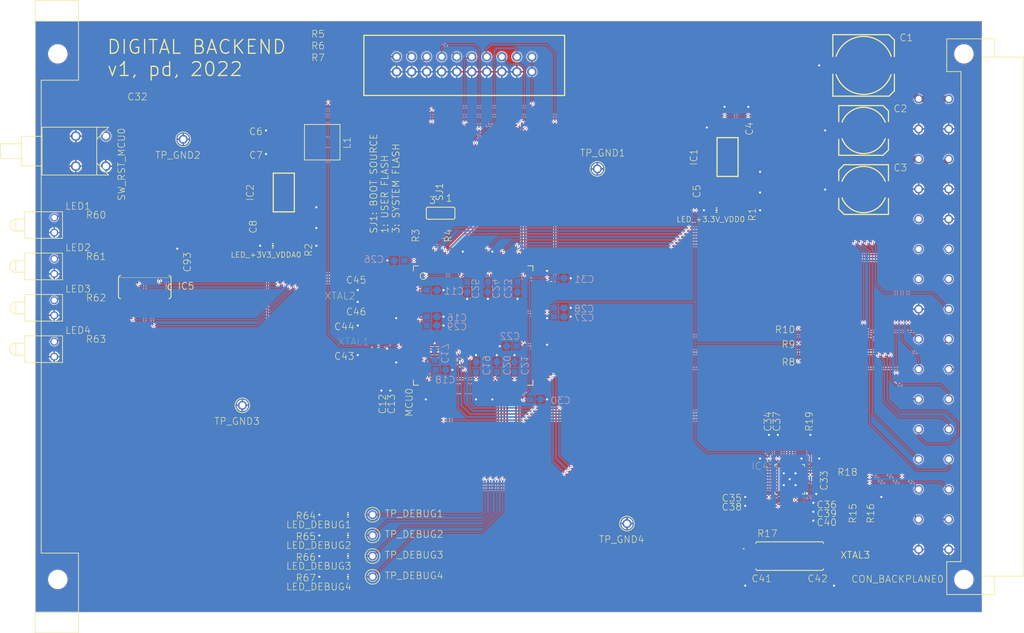
<source format=kicad_pcb>
(kicad_pcb (version 20241229) (generator "pcbnew") (generator_version "9.0")
  (layers (0 "F.Cu" signal) (2 "B.Cu" signal) (13 "F.Paste" user) (15 "B.Paste" user) (5 "F.SilkS" user "F.Silkscreen") (7 "B.SilkS" user "B.Silkscreen") (1 "F.Mask" user) (3 "B.Mask" user) (25 "Edge.Cuts" user))
  (net 0 "")
  (net 1 "GND")
  (net 2 "+5V")
  (net 3 "+12V")
  (net 4 "-12V")
  (net 5 "N$49")
  (net 6 "N$50")
  (net 7 "N$4")
  (net 8 "I2C4_NINT")
  (net 9 "USB_DATA_DP")
  (net 10 "VBUS_USB_DATA")
  (net 11 "USB_DATA_DM")
  (net 12 "ULPI_DATA0")
  (net 13 "ULPI_DATA1")
  (net 14 "ULPI_DATA2")
  (net 15 "ULPI_DATA3")
  (net 16 "ULPI_DATA4")
  (net 17 "ULPI_DATA5")
  (net 18 "ULPI_DATA6")
  (net 19 "ULPI_DATA7")
  (net 20 "ULPI_STP")
  (net 21 "ULPI_NXT")
  (net 22 "ULPI_DIR")
  (net 23 "ULPI_CLK")
  (net 24 "N$1")
  (net 25 "N$12")
  (net 26 "N$18")
  (net 27 "N$22")
  (net 28 "N$23")
  (net 29 "N$24")
  (net 30 "N$25")
  (net 31 "N$26")
  (net 32 "+3V3_VDD")
  (net 33 "+3V3_VDDA")
  (net 34 "N$2")
  (net 35 "NJTRST")
  (net 36 "JTDI")
  (net 37 "JTMS/SWDIO")
  (net 38 "JTCK/SWCLK")
  (net 39 "JTDO/TRACESWO")
  (net 40 "N$3")
  (net 41 "N$5")
  (net 42 "N$7")
  (net 43 "N$8")
  (net 44 "N$6")
  (net 45 "N$10")
  (net 46 "N$11")
  (net 47 "N$9")
  (net 48 "N$28")
  (net 49 "NRST")
  (net 50 "SPI2_MOSI")
  (net 51 "SPI2_SCK")
  (net 52 "SPI2_NSS")
  (net 53 "SPI3_MISO")
  (net 54 "SPI3_MOSI")
  (net 55 "SPI3_SCK")
  (net 56 "USART1_TX")
  (net 57 "USART1_RX")
  (net 58 "DEBUG1")
  (net 59 "DEBUG2")
  (net 60 "DEBUG3")
  (net 61 "DEBUG4")
  (net 62 "I2C4_SCL")
  (net 63 "I2C4_SDA")
  (net 64 "VCAP")
  (net 65 "N$76")
  (net 66 "N$83")
  (net 67 "N$84")
  (net 68 "N$85")
  (net 69 "BITE_PS_+5V_CURRENT")
  (net 70 "BITE_PS_5V_TS1")
  (net 71 "BITE_PS_5V_TS2")
  (net 72 "BITE_PS_12V_TS1")
  (net 73 "BITE_PS_12V_TS2")
  (net 74 "N$13")
  (net 75 "N$14")
  (net 76 "N$15")
  (net 77 "N$16")
  (net 78 "N$65")
  (net 79 "N$66")
  (net 80 "N$67")
  (net 81 "N$68")
  (net 82 "LED1")
  (net 83 "LED2")
  (net 84 "LED3")
  (net 85 "LED4")
  (footprint "XRCGB25M000F2P00R0_23510691" (layer "F.Cu") (at 126.5011 109.0036 180)
    (property "Reference" "XTAL1")
    (property "Value" "XRCGB25M000F2P00R0")
  )
  (footprint "R0603_23469469" (layer "F.Cu") (at 112.5011 93.0036)
    (property "Reference" "R2")
    (property "Value" "750")
  )
  (footprint "R0603_23469469" (layer "F.Cu") (at 206.5011 135.5036 180)
    (property "Reference" "R15")
    (property "Value" "2k")
  )
  (footprint "R0603_23469469" (layer "F.Cu") (at 134.5011 91.5036 90)
    (property "Reference" "R3")
    (property "Value" "10k")
  )
  (footprint "C0603_23469469" (layer "F.Cu") (at 83.0011 68.0036 -90)
    (property "Reference" "C32")
    (property "Value" "100n")
  )
  (footprint "TP33W008000_34733409" (layer "F.Cu") (at 77.8871 77.0036)
    (property "Reference" "SW_RST_MCU0")
    (property "Value" "TP33W008000")
  )
  (footprint "RSPRO-1MM-TERMINAL-POST-2622034_23908750" (layer "F.Cu") (at 125.5011 145.5036 -90)
    (property "Reference" "TP_DEBUG3")
    (property "Value" "RSPRO-1MM-TERMINAL-POST-2622034" (hide yes))
  )
  (footprint "C0603_23469469" (layer "F.Cu") (at 125.0011 106.5036 180)
    (property "Reference" "C44")
    (property "Value" "5.6p")
  )
  (footprint "153CLV-0810_18640681" (layer "F.Cu") (at 208.5011 73.5036)
    (property "Reference" "C2")
    (property "Value" "100u/25V")
  )
  (footprint "RSPRO-1MM-TERMINAL-POST-2622034_23908750" (layer "F.Cu") (at 125.5011 149.0036 -90)
    (property "Reference" "TP_DEBUG4")
    (property "Value" "RSPRO-1MM-TERMINAL-POST-2622034" (hide yes))
  )
  (footprint "C0603_23469469" (layer "F.Cu") (at 188.5011 148.5036 -90)
    (property "Reference" "C41")
    (property "Value" "27p")
  )
  (footprint "C0603_23469469" (layer "F.Cu") (at 194.0011 127.0036 90)
    (property "Reference" "C37")
    (property "Value" "100n")
  )
  (footprint "C0603_23469469" (layer "F.Cu") (at 198.0011 138.5036)
    (property "Reference" "C39")
    (property "Value" "4.7u")
  )
  (footprint "SO14_85" (layer "F.Cu") (at 87.0011 100.0036 180)
    (property "Reference" "IC5")
    (property "Value" "74LVC126AD,112")
  )
  (footprint "R0603_23469469" (layer "F.Cu") (at 118.5011 145.5036 180)
    (property "Reference" "R66")
    (property "Value" "750")
  )
  (footprint "SOT223_18698564" (layer "F.Cu") (at 110.5011 84.0036 180)
    (property "Reference" "IC2")
    (property "Value" "LM1117IMP-3.3")
  )
  (footprint "VLS6045AF-101M_31421361" (layer "F.Cu") (at 117.0011 75.5036 -90)
    (property "Reference" "L1")
    (property "Value" "100u")
  )
  (footprint "CT3216_23469469" (layer "F.Cu") (at 110.5011 73.5036 180)
    (property "Reference" "C6")
    (property "Value" "10u")
  )
  (footprint "R0603_23469469" (layer "F.Cu") (at 118.5011 142.0036 180)
    (property "Reference" "R65")
    (property "Value" "750")
  )
  (footprint "RSPRO-1MM-TERMINAL-POST-2622034_23908750" (layer "F.Cu") (at 163.5011 80.0036)
    (property "Reference" "TP_GND1")
    (property "Value" "" (hide yes))
  )
  (footprint "CHIP-LED0603_259" (layer "F.Cu") (at 121.5011 138.5036 90)
    (property "Reference" "LED_DEBUG1")
    (property "Value" "")
  )
  (footprint "CT6032_23469469" (layer "F.Cu") (at 185.5011 84.0036)
    (property "Reference" "C5")
    (property "Value" "22u")
  )
  (footprint "R0603_23469469" (layer "F.Cu") (at 75.0011 109.0036 180)
    (property "Reference" "R63")
    (property "Value" "68")
  )
  (footprint "RSPRO-1MM-TERMINAL-POST-2622034_23908750" (layer "F.Cu") (at 103.5011 120.0036 180)
    (property "Reference" "TP_GND3")
    (property "Value" "" (hide yes))
  )
  (footprint "R0603_23469469" (layer "F.Cu") (at 196.0011 141.5036 180)
    (property "Reference" "R17")
    (property "Value" "1M")
  )
  (footprint "113-314-04_33630242" (layer "F.Cu") (at 71.7011 103.5036 -90)
    (property "Reference" "LED3")
    (property "Value" "113-314-04")
  )
  (footprint "ABS05-32.768KHZ-T_23609575" (layer "F.Cu") (at 127.5011 101.5036 -90)
    (property "Reference" "XTAL2")
    (property "Value" "ABS05-32.768KHZ-T")
  )
  (footprint "SJ_2_23508320" (layer "F.Cu") (at 137.0011 87.5036 180)
    (property "Reference" "SJ1")
    (property "Value" "")
  )
  (footprint "C0603_23469469" (layer "F.Cu") (at 200.5011 133.0036 -90)
    (property "Reference" "C33")
    (property "Value" "100n")
  )
  (footprint "C0603_23469469" (layer "F.Cu") (at 92.5011 95.5036 -90)
    (property "Reference" "C93")
    (property "Value" "100n")
  )
  (footprint "RSPRO-1MM-TERMINAL-POST-2622034_23908750" (layer "F.Cu") (at 125.5011 142.0036 -90)
    (property "Reference" "TP_DEBUG2")
    (property "Value" "RSPRO-1MM-TERMINAL-POST-2622034" (hide yes))
  )
  (footprint "C0603_23469469" (layer "F.Cu") (at 127.0011 115.5036 -90)
    (property "Reference" "C12")
    (property "Value" "1u")
  )
  (footprint "R0603_23469469" (layer "F.Cu") (at 75.0011 88.0036 180)
    (property "Reference" "R60")
    (property "Value" "68")
  )
  (footprint "153CLV-0810_18640681" (layer "F.Cu") (at 208.5011 83.5036 180)
    (property "Reference" "C3")
    (property "Value" "100u/25V")
  )
  (footprint "RSPRO-1MM-TERMINAL-POST-2622034_23908750" (layer "F.Cu") (at 125.5011 138.5036 -90)
    (property "Reference" "TP_DEBUG1")
    (property "Value" "RSPRO-1MM-TERMINAL-POST-2622034" (hide yes))
  )
  (footprint "R0603_23469469" (layer "F.Cu") (at 137.0011 91.5036 -90)
    (property "Reference" "R4")
    (property "Value" "10k")
  )
  (footprint "C0603_23469469" (layer "F.Cu") (at 198.0011 140.0036)
    (property "Reference" "C40")
    (property "Value" "100n")
  )
  (footprint "CHIP-LED0603_259" (layer "F.Cu") (at 121.5011 142.0036 90)
    (property "Reference" "LED_DEBUG2")
    (property "Value" "")
  )
  (footprint "FOXSDLF-240F-20_23537815" (layer "F.Cu") (at 196.0011 145.5036)
    (property "Reference" "XTAL3")
    (property "Value" "FOXSDLF-240F-20")
  )
  (footprint "TST-110-01-T-D_23500836" (layer "F.Cu") (at 141.0011 62.5036 180)
    (property "Reference" "CON_JTAG0" (hide yes))
    (property "Value" "TST-110-01-T-DJ" (hide yes))
  )
  (footprint "SOT223_23469477" (layer "F.Cu") (at 185.5011 78.0036 180)
    (property "Reference" "IC1")
    (property "Value" "LM1117IMP-3.3")
  )
  (footprint "R0603_23469469" (layer "F.Cu") (at 199.5011 107.0036 180)
    (property "Reference" "R10")
    (property "Value" "1.5k")
  )
  (footprint "C0603_23469469" (layer "F.Cu") (at 198.0011 137.0036)
    (property "Reference" "C36")
    (property "Value" "100n")
  )
  (footprint "R0603_23469469" (layer "F.Cu") (at 209.5011 135.5036 180)
    (property "Reference" "R16")
    (property "Value" "10k")
  )
  (footprint "LQFP144_23457850" (layer "F.Cu") (at 142.5011 106.5036)
    (property "Reference" "MCU0")
    (property "Value" "STM32H753ZIT6")
  )
  (footprint "CT3216_23469469" (layer "F.Cu") (at 185.5011 73.0036 180)
    (property "Reference" "C4")
    (property "Value" "10u")
  )
  (footprint "C0603_23469469" (layer "F.Cu") (at 190.5011 135.5036 180)
    (property "Reference" "C35")
    (property "Value" "100n")
  )
  (footprint "C0603_23469469" (layer "F.Cu") (at 203.5011 148.5036 -90)
    (property "Reference" "C42")
    (property "Value" "27p")
  )
  (footprint "CT3216_23469469" (layer "F.Cu") (at 110.5011 77.5036 180)
    (property "Reference" "C7")
    (property "Value" "10u")
  )
  (footprint "CHIP-LED0603_259" (layer "F.Cu") (at 121.5011 145.5036 90)
    (property "Reference" "LED_DEBUG3")
    (property "Value" "")
  )
  (footprint "CHIP-LED0603_259" (layer "F.Cu") (at 183.5011 87.0036 -90)
    (property "Reference" "LED_+3.3V_VDD0")
    (property "Value" "")
  )
  (footprint "R0603_23469469" (layer "F.Cu") (at 118.5011 138.5036 180)
    (property "Reference" "R64")
    (property "Value" "750")
  )
  (footprint "R0603_23469469" (layer "F.Cu") (at 187.5011 87.0036)
    (property "Reference" "R1")
    (property "Value" "750")
  )
  (footprint "R0603_23469469" (layer "F.Cu") (at 120.0011 57.0036)
    (property "Reference" "R5")
    (property "Value" "10k")
  )
  (footprint "CT6032_23469469" (layer "F.Cu") (at 110.5011 90.0036)
    (property "Reference" "C8")
    (property "Value" "22u")
  )
  (footprint "C0603_23469469" (layer "F.Cu") (at 128.5011 115.5036 -90)
    (property "Reference" "C13")
    (property "Value" "100n")
  )
  (footprint "C0603_23469469" (layer "F.Cu") (at 190.5011 137.0036 180)
    (property "Reference" "C38")
    (property "Value" "4.7u")
  )
  (footprint "RSPRO-1MM-TERMINAL-POST-2622034_23908750" (layer "F.Cu") (at 93.5011 75.0036 180)
    (property "Reference" "TP_GND2")
    (property "Value" "" (hide yes))
  )
  (footprint "R0603_23469469" (layer "F.Cu") (at 120.0011 61.0036)
    (property "Reference" "R7")
    (property "Value" "10k")
  )
  (footprint "R0603_23469469" (layer "F.Cu") (at 199.5011 112.5036 180)
    (property "Reference" "R8")
    (property "Value" "1.5k")
  )
  (footprint "R0603_23469469" (layer "F.Cu") (at 75.0011 95.0036 180)
    (property "Reference" "R61")
    (property "Value" "68")
  )
  (footprint "60807-011_33573280" (layer "F.Cu") (at 72.3011 105.0036)
    (property "Reference" "PCB_BRACKET0" (hide yes))
    (property "Value" "60807-011" (hide yes))
  )
  (footprint "C0603_23469469" (layer "F.Cu") (at 192.5011 127.0036 90)
    (property "Reference" "C34")
    (property "Value" "100n")
  )
  (footprint "R0603_23469469" (layer "F.Cu") (at 199.5011 109.5036 180)
    (property "Reference" "R9")
    (property "Value" "1.5k")
  )
  (footprint "R0603_23469469" (layer "F.Cu") (at 199.5011 127.0036 -90)
    (property "Reference" "R19")
    (property "Value" "4.7k")
  )
  (footprint "R0603_23469469" (layer "F.Cu") (at 75.0011 102.0036 180)
    (property "Reference" "R62")
    (property "Value" "68")
  )
  (footprint "09031326921_33573412" (layer "F.Cu") (at 228.5011 105.0036 90)
    (property "Reference" "CON_BACKPLANE0")
    (property "Value" "09031326921")
  )
  (footprint "R0603_23469469" (layer "F.Cu") (at 205.5011 133.0036)
    (property "Reference" "R18")
    (property "Value" "820")
  )
  (footprint "153CLV-1010_18640681" (layer "F.Cu") (at 208.5011 62.5036)
    (property "Reference" "C1")
    (property "Value" "1000u/16V")
  )
  (footprint "USB3300-EZK_23525048" (layer "F.Cu") (at 196.0011 132.5036 180)
    (property "Reference" "IC4")
    (property "Value" "USB3300-EZK")
  )
  (footprint "RSPRO-1MM-TERMINAL-POST-2622034_23908750" (layer "F.Cu") (at 168.5011 140.0036 180)
    (property "Reference" "TP_GND4")
    (property "Value" "" (hide yes))
  )
  (footprint "C0603_23469469" (layer "F.Cu") (at 125.0011 100.5036 180)
    (property "Reference" "C45")
    (property "Value" "15p")
  )
  (footprint "CHIP-LED0603_259" (layer "F.Cu") (at 108.5011 93.0036 -90)
    (property "Reference" "LED_+3V3_VDDA0")
    (property "Value" "")
  )
  (footprint "113-314-04_33630242" (layer "F.Cu") (at 71.7011 96.5036 -90)
    (property "Reference" "LED2")
    (property "Value" "113-314-04")
  )
  (footprint "C0603_23469469" (layer "F.Cu") (at 125.0011 111.5036 180)
    (property "Reference" "C43")
    (property "Value" "5.6p")
  )
  (footprint "C0603_23469469" (layer "F.Cu") (at 125.0011 102.5036 180)
    (property "Reference" "C46")
    (property "Value" "15p")
  )
  (footprint "113-314-04_33630242" (layer "F.Cu") (at 71.7011 110.5036 -90)
    (property "Reference" "LED4")
    (property "Value" "113-314-04")
  )
  (footprint "CHIP-LED0603_259" (layer "F.Cu") (at 121.5011 149.0036 90)
    (property "Reference" "LED_DEBUG4")
    (property "Value" "")
  )
  (footprint "113-314-04_33630242" (layer "F.Cu") (at 71.7011 89.5036 -90)
    (property "Reference" "LED1")
    (property "Value" "113-314-04")
  )
  (footprint "R0603_23469469" (layer "F.Cu") (at 118.5011 149.0036 180)
    (property "Reference" "R67")
    (property "Value" "750")
  )
  (footprint "R0603_23469469" (layer "F.Cu") (at 120.0011 59.0036)
    (property "Reference" "R6")
    (property "Value" "10k")
  )
  (footprint "C0603_23469469" (layer "B.Cu") (at 137.0011 114.0036)
    (property "Reference" "C18")
    (property "Value" "100n")
  )
  (footprint "C0603_23469469" (layer "B.Cu") (at 149.5011 113.5036 90)
    (property "Reference" "C21")
    (property "Value" "100n")
  )
  (footprint "C0603_23469469" (layer "B.Cu") (at 150.0011 100.0036 -90)
    (property "Reference" "C23")
    (property "Value" "100n")
  )
  (footprint "C0603_23469469" (layer "B.Cu") (at 157.0011 105.0036)
    (property "Reference" "C27")
    (property "Value" "1u")
  )
  (footprint "C0603_23469469" (layer "B.Cu") (at 135.5011 106.5036)
    (property "Reference" "C29")
    (property "Value" "4.7u")
  )
  (footprint "C0603_23469469" (layer "B.Cu") (at 136.0011 111.5036 90)
    (property "Reference" "C17")
    (property "Value" "100n")
  )
  (footprint "C0603_23469469" (layer "B.Cu") (at 149.0011 110.0036 180)
    (property "Reference" "C22")
    (property "Value" "100n")
  )
  (footprint "C0603_23469469" (layer "B.Cu") (at 157.0011 98.5036)
    (property "Reference" "C31")
    (property "Value" "2.2u")
  )
  (footprint "C0603_23469469" (layer "B.Cu") (at 145.0011 100.0036 -90)
    (property "Reference" "C24")
    (property "Value" "100n")
  )
  (footprint "C0603_23469469" (layer "B.Cu") (at 141.5011 100.0036 -90)
    (property "Reference" "C25")
    (property "Value" "100n")
  )
  (footprint "C0603_23469469" (layer "B.Cu") (at 157.0011 103.5036)
    (property "Reference" "C28")
    (property "Value" "100n")
  )
  (footprint "C0603_23469469" (layer "B.Cu") (at 130.0011 95.5036 180)
    (property "Reference" "C26")
    (property "Value" "100n")
  )
  (footprint "C0603_23469469" (layer "B.Cu") (at 135.5011 105.0036)
    (property "Reference" "C16")
    (property "Value" "100n")
  )
  (footprint "C0603_23469469" (layer "B.Cu") (at 146.5011 113.5036 90)
    (property "Reference" "C20")
    (property "Value" "100n")
  )
  (footprint "C0603_23469469" (layer "B.Cu") (at 135.5011 100.5036)
    (property "Reference" "C11")
    (property "Value" "1u")
  )
  (footprint "C0603_23469469" (layer "B.Cu") (at 143.0011 113.5036 90)
    (property "Reference" "C19")
    (property "Value" "100n")
  )
  (footprint "C0603_23469469" (layer "B.Cu") (at 153.0011 119.0036)
    (property "Reference" "C30")
    (property "Value" "2.2u")
  )
  (gr_line (start 68.5011 55.0036) (end 228.5011 55.0036) (stroke (width 0.05)) (layer "Edge.Cuts"))
  (gr_line (start 68.5011 55.0036) (end 68.5011 155.0036) (stroke (width 0.05)) (layer "Edge.Cuts"))
  (gr_line (start 68.5011 155.0036) (end 228.5011 155.0036) (stroke (width 0.05)) (layer "Edge.Cuts"))
  (gr_line (start 228.5011 155.0036) (end 228.5011 55.0036) (stroke (width 0.05)) (layer "Edge.Cuts"))
  (gr_text "DIGITAL BACKEND\nv1, pd, 2022" (at 80.5011 64.5036 0) (layer "F.SilkS") (effects (font (size 2.3368 2.3368) (thickness 0.2032)) (justify left bottom)))
  (gr_text "SJ1: BOOT SOURCE\n1: USER FLASH\n3: SYSTEM FLASH" (at 125.0011 91.0036 90) (layer "F.SilkS") (effects (font (size 1.1684 1.1684) (thickness 0.1016)) (justify left top)))
  (gr_text "3" (at 135.0011 86.0036 0) (layer "F.SilkS") (effects (font (size 1.1684 1.1684) (thickness 0.1016)) (justify left bottom)))
  (gr_text "1" (at 137.817218 84.279956 0) (layer "F.SilkS") (effects (font (size 1.1684 1.1684) (thickness 0.1016)) (justify left top)))
  (via (at 155.0011 109.7536) (size 0.5024) (drill 0.35) (layers "F.Cu" "B.Cu") (net 1))
  (via (at 200.5011 135.0036) (size 0.5024) (drill 0.35) (layers "F.Cu" "B.Cu") (net 1))
  (via (at 182.0011 73.0036) (size 0.5024) (drill 0.35) (layers "F.Cu" "B.Cu") (net 1))
  (via (at 145.7511 94.0036) (size 0.5024) (drill 0.35) (layers "F.Cu" "B.Cu") (net 1))
  (via (at 128.0011 95.5036) (size 0.5024) (drill 0.35) (layers "F.Cu" "B.Cu") (net 1))
  (via (at 145.0011 102.0036) (size 0.5024) (drill 0.35) (layers "F.Cu" "B.Cu") (net 1))
  (via (at 191.0011 84.0036) (size 0.5024) (drill 0.35) (layers "F.Cu" "B.Cu") (net 1))
  (via (at 195.0011 131.5036) (size 0.5024) (drill 0.35) (layers "F.Cu" "B.Cu") (net 1))
  (via (at 129.5011 105.2536) (size 0.5024) (drill 0.35) (layers "F.Cu" "B.Cu") (net 1))
  (via (at 188.5011 137.0036) (size 0.5024) (drill 0.35) (layers "F.Cu" "B.Cu") (net 1))
  (via (at 141.5011 102.0036) (size 0.5024) (drill 0.35) (layers "F.Cu" "B.Cu") (net 1))
  (via (at 116.0011 93.0036) (size 0.5024) (drill 0.35) (layers "F.Cu" "B.Cu") (net 1))
  (via (at 92.5011 93.5036) (size 0.5024) (drill 0.35) (layers "F.Cu" "B.Cu") (net 1))
  (via (at 145.7511 119.0036) (size 0.5024) (drill 0.35) (layers "F.Cu" "B.Cu") (net 1))
  (via (at 199.5011 125.0036) (size 0.5024) (drill 0.35) (layers "F.Cu" "B.Cu") (net 1))
  (via (at 137.5011 105.0036) (size 0.5024) (drill 0.35) (layers "F.Cu" "B.Cu") (net 1))
  (via (at 200.0011 138.0036) (size 0.5024) (drill 0.35) (layers "F.Cu" "B.Cu") (net 1))
  (via (at 128.5011 117.5036) (size 0.5024) (drill 0.35) (layers "F.Cu" "B.Cu") (net 1))
  (via (at 201.0011 129.0036) (size 0.5024) (drill 0.35) (layers "F.Cu" "B.Cu") (net 1))
  (via (at 116.0011 86.5036) (size 0.5024) (drill 0.35) (layers "F.Cu" "B.Cu") (net 1))
  (via (at 137.5011 106.5036) (size 0.5024) (drill 0.35) (layers "F.Cu" "B.Cu") (net 1))
  (via (at 147.0011 110.0036) (size 0.5024) (drill 0.35) (layers "F.Cu" "B.Cu") (net 1))
  (via (at 143.0011 119.0036) (size 0.5024) (drill 0.35) (layers "F.Cu" "B.Cu") (net 1))
  (via (at 202.0011 83.5036) (size 0.5024) (drill 0.35) (layers "F.Cu" "B.Cu") (net 1))
  (via (at 123.0011 106.5036) (size 0.5024) (drill 0.35) (layers "F.Cu" "B.Cu") (net 1))
  (via (at 116.0011 90.0036) (size 0.5024) (drill 0.35) (layers "F.Cu" "B.Cu") (net 1))
  (via (at 191.0011 87.0036) (size 0.5024) (drill 0.35) (layers "F.Cu" "B.Cu") (net 1))
  (via (at 116.5011 145.5036) (size 0.5024) (drill 0.35) (layers "F.Cu" "B.Cu") (net 1))
  (via (at 191.0011 80.5036) (size 0.5024) (drill 0.35) (layers "F.Cu" "B.Cu") (net 1))
  (via (at 198.0011 129.0036) (size 0.5024) (drill 0.35) (layers "F.Cu" "B.Cu") (net 1))
  (via (at 185.0011 69.5036) (size 0.5024) (drill 0.35) (layers "F.Cu" "B.Cu") (net 1))
  (via (at 140.7511 94.0036) (size 0.5024) (drill 0.35) (layers "F.Cu" "B.Cu") (net 1))
  (via (at 107.5011 73.5036) (size 0.5024) (drill 0.35) (layers "F.Cu" "B.Cu") (net 1))
  (via (at 123.0011 102.5036) (size 0.5024) (drill 0.35) (layers "F.Cu" "B.Cu") (net 1))
  (via (at 191.0011 129.0036) (size 0.5024) (drill 0.35) (layers "F.Cu" "B.Cu") (net 1))
  (via (at 188.5011 150.5036) (size 0.5024) (drill 0.35) (layers "F.Cu" "B.Cu") (net 1))
  (via (at 194.0011 125.0036) (size 0.5024) (drill 0.35) (layers "F.Cu" "B.Cu") (net 1))
  (via (at 150.0011 102.0036) (size 0.5024) (drill 0.35) (layers "F.Cu" "B.Cu") (net 1))
  (via (at 159.0011 103.5036) (size 0.5024) (drill 0.35) (layers "F.Cu" "B.Cu") (net 1))
  (via (at 197.0011 133.5036) (size 0.5024) (drill 0.35) (layers "F.Cu" "B.Cu") (net 1))
  (via (at 136.0011 109.5036) (size 0.5024) (drill 0.35) (layers "F.Cu" "B.Cu") (net 1))
  (via (at 146.5011 111.5036) (size 0.5024) (drill 0.35) (layers "F.Cu" "B.Cu") (net 1))
  (via (at 134.5011 119.0036) (size 0.5024) (drill 0.35) (layers "F.Cu" "B.Cu") (net 1))
  (via (at 127.0011 117.5036) (size 0.5024) (drill 0.35) (layers "F.Cu" "B.Cu") (net 1))
  (via (at 200.0011 139.5036) (size 0.5024) (drill 0.35) (layers "F.Cu" "B.Cu") (net 1))
  (via (at 107.5011 77.5036) (size 0.5024) (drill 0.35) (layers "F.Cu" "B.Cu") (net 1))
  (via (at 137.5011 100.5036) (size 0.5024) (drill 0.35) (layers "F.Cu" "B.Cu") (net 1))
  (via (at 159.0011 98.5036) (size 0.5024) (drill 0.35) (layers "F.Cu" "B.Cu") (net 1))
  (via (at 116.5011 138.5036) (size 0.5024) (drill 0.35) (layers "F.Cu" "B.Cu") (net 1))
  (via (at 155.0011 105.2536) (size 0.5024) (drill 0.35) (layers "F.Cu" "B.Cu") (net 1))
  (via (at 211.5011 135.5036) (size 0.5024) (drill 0.35) (layers "F.Cu" "B.Cu") (net 1))
  (via (at 139.0011 114.0036) (size 0.5024) (drill 0.35) (layers "F.Cu" "B.Cu") (net 1))
  (via (at 189.0011 69.5036) (size 0.5024) (drill 0.35) (layers "F.Cu" "B.Cu") (net 1))
  (via (at 116.5011 142.0036) (size 0.5024) (drill 0.35) (layers "F.Cu" "B.Cu") (net 1))
  (via (at 196.0011 132.5036) (size 0.5024) (drill 0.35) (layers "F.Cu" "B.Cu") (net 1))
  (via (at 200.0011 136.5036) (size 0.5024) (drill 0.35) (layers "F.Cu" "B.Cu") (net 1))
  (via (at 202.0011 73.5036) (size 0.5024) (drill 0.35) (layers "F.Cu" "B.Cu") (net 1))
  (via (at 123.0011 100.5036) (size 0.5024) (drill 0.35) (layers "F.Cu" "B.Cu") (net 1))
  (via (at 159.0011 105.0036) (size 0.5024) (drill 0.35) (layers "F.Cu" "B.Cu") (net 1))
  (via (at 123.0011 111.5036) (size 0.5024) (drill 0.35) (layers "F.Cu" "B.Cu") (net 1))
  (via (at 155.0011 97.2536) (size 0.5024) (drill 0.35) (layers "F.Cu" "B.Cu") (net 1))
  (via (at 195.0011 133.5036) (size 0.5024) (drill 0.35) (layers "F.Cu" "B.Cu") (net 1))
  (via (at 188.5011 135.5036) (size 0.5024) (drill 0.35) (layers "F.Cu" "B.Cu") (net 1))
  (via (at 106.5011 93.0036) (size 0.5024) (drill 0.35) (layers "F.Cu" "B.Cu") (net 1))
  (via (at 181.5011 87.0036) (size 0.5024) (drill 0.35) (layers "F.Cu" "B.Cu") (net 1))
  (via (at 129.5011 112.7536) (size 0.5024) (drill 0.35) (layers "F.Cu" "B.Cu") (net 1))
  (via (at 116.5011 149.0036) (size 0.5024) (drill 0.35) (layers "F.Cu" "B.Cu") (net 1))
  (via (at 155.0011 119.0036) (size 0.5024) (drill 0.35) (layers "F.Cu" "B.Cu") (net 1))
  (via (at 203.5011 150.5036) (size 0.5024) (drill 0.35) (layers "F.Cu" "B.Cu") (net 1))
  (via (at 201.0011 62.5036) (size 0.5024) (drill 0.35) (layers "F.Cu" "B.Cu") (net 1))
  (via (at 197.0011 131.5036) (size 0.5024) (drill 0.35) (layers "F.Cu" "B.Cu") (net 1))
  (via (at 192.5011 125.0036) (size 0.5024) (drill 0.35) (layers "F.Cu" "B.Cu") (net 1))
  (via (at 143.0011 111.5036) (size 0.5024) (drill 0.35) (layers "F.Cu" "B.Cu") (net 1))
  (via (at 149.5011 111.5036) (size 0.5024) (drill 0.35) (layers "F.Cu" "B.Cu") (net 1))
  (segment (start 217.6311 68.0036) (end 217.8011 68.1736) (width 1.016) (layer "F.Cu") (net 2))
  (segment (start 186.9011 73.0036) (end 186.9011 64.6036) (width 0.3048) (layer "F.Cu") (net 2))
  (segment (start 217.8011 68.1736) (end 212.5011 62.8736) (width 1.016) (layer "F.Cu") (net 2))
  (segment (start 188.6001 74.7026) (end 188.6001 75.6926) (width 0.3048) (layer "F.Cu") (net 2))
  (segment (start 186.9011 73.0036) (end 188.6001 74.7026) (width 0.3048) (layer "F.Cu") (net 2))
  (segment (start 217.6711 68.1736) (end 217.5011 68.0036) (width 1.016) (layer "F.Cu") (net 2))
  (segment (start 192.0011 59.5036) (end 209.1311 59.5036) (width 0.3048) (layer "F.Cu") (net 2))
  (segment (start 222.8811 68.1736) (end 217.8011 68.1736) (width 1.016) (layer "F.Cu") (net 2))
  (segment (start 186.9011 64.6036) (end 192.0011 59.5036) (width 0.3048) (layer "F.Cu") (net 2))
  (segment (start 217.8011 68.1736) (end 217.6711 68.1736) (width 1.016) (layer "F.Cu") (net 2))
  (segment (start 212.5011 62.8736) (end 212.5011 62.5036) (width 1.016) (layer "F.Cu") (net 2))
  (segment (start 217.5011 68.0036) (end 217.6311 68.0036) (width 1.016) (layer "F.Cu") (net 2))
  (segment (start 209.1311 59.5036) (end 212.5011 62.8736) (width 0.3048) (layer "F.Cu") (net 2))
  (segment (start 189.0011 71.0036) (end 209.2511 71.0036) (width 0.3048) (layer "F.Cu") (net 3))
  (segment (start 116.9011 73.5036) (end 111.9011 73.5036) (width 0.3048) (layer "F.Cu") (net 3))
  (segment (start 214.8311 78.3336) (end 211.7511 75.2536) (width 1.016) (layer "F.Cu") (net 3))
  (segment (start 211.7511 75.2536) (end 211.7511 73.5036) (width 1.016) (layer "F.Cu") (net 3))
  (segment (start 185.0011 71.0036) (end 113.0011 71.0036) (width 0.3048) (layer "F.Cu") (net 3))
  (segment (start 117.0011 73.4036) (end 116.9011 73.5036) (width 0.3048) (layer "F.Cu") (net 3))
  (segment (start 209.2511 71.0036) (end 211.7511 73.5036) (width 0.3048) (layer "F.Cu") (net 3))
  (segment (start 217.8011 78.3336) (end 214.8311 78.3336) (width 1.016) (layer "F.Cu") (net 3))
  (segment (start 111.9011 73.5036) (end 111.9011 72.1036) (width 0.3048) (layer "F.Cu") (net 3))
  (segment (start 111.9011 72.1036) (end 113.0011 71.0036) (width 0.3048) (layer "F.Cu") (net 3))
  (via (at 189.0011 71.0036) (size 0.5024) (drill 0.35) (layers "F.Cu" "B.Cu") (net 3))
  (via (at 185.0011 71.0036) (size 0.5024) (drill 0.35) (layers "F.Cu" "B.Cu") (net 3))
  (segment (start 185.0011 71.0036) (end 189.0011 71.0036) (width 0.3048) (layer "B.Cu") (net 3))
  (segment (start 220.2111 81.0036) (end 222.8811 78.3336) (width 1.016) (layer "F.Cu") (net 4))
  (segment (start 211.7511 83.5036) (end 214.2511 81.0036) (width 1.016) (layer "F.Cu") (net 4))
  (segment (start 214.2511 81.0036) (end 220.2111 81.0036) (width 1.016) (layer "F.Cu") (net 4))
  (segment (start 184.2511 87.0036) (end 186.6511 87.0036) (width 0.3048) (layer "F.Cu") (net 5))
  (segment (start 111.6511 93.0036) (end 109.2511 93.0036) (width 0.3048) (layer "F.Cu") (net 6))
  (segment (start 113.6001 79.2026) (end 113.6001 81.6926) (width 0.3048) (layer "F.Cu") (net 7))
  (segment (start 117.0011 77.6036) (end 116.9011 77.5036) (width 0.3048) (layer "F.Cu") (net 7))
  (segment (start 116.9011 77.5036) (end 111.9011 77.5036) (width 0.3048) (layer "F.Cu") (net 7))
  (segment (start 111.9011 77.5036) (end 113.6001 79.2026) (width 0.3048) (layer "F.Cu") (net 7))
  (segment (start 200.5011 108.2536) (end 209.7511 108.2536) (width 0.254) (layer "F.Cu") (net 8))
  (segment (start 200.3511 107.0036) (end 200.5011 107.1536) (width 0.254) (layer "F.Cu") (net 8))
  (segment (start 153.1811 108.2536) (end 200.5011 108.2536) (width 0.254) (layer "F.Cu") (net 8))
  (segment (start 200.5011 107.1536) (end 200.5011 108.2536) (width 0.254) (layer "F.Cu") (net 8))
  (segment (start 209.7511 108.2536) (end 213.0011 111.5036) (width 0.254) (layer "F.Cu") (net 8))
  (via (at 213.0011 111.5036) (size 0.5024) (drill 0.35) (layers "F.Cu" "B.Cu") (net 8))
  (segment (start 213.0011 115.5036) (end 214.0011 116.5036) (width 0.254) (layer "B.Cu") (net 8))
  (segment (start 214.0011 116.5036) (end 221.5011 116.5036) (width 0.254) (layer "B.Cu") (net 8))
  (segment (start 221.5011 116.5036) (end 222.8811 117.8836) (width 0.254) (layer "B.Cu") (net 8))
  (segment (start 222.8811 117.8836) (end 222.8811 118.9736) (width 0.254) (layer "B.Cu") (net 8))
  (segment (start 213.0011 111.5036) (end 213.0011 115.5036) (width 0.254) (layer "B.Cu") (net 8))
  (segment (start 209.7611 131.2536) (end 217.8011 139.2936) (width 0.254) (layer "F.Cu") (net 9))
  (segment (start 198.4361 131.2536) (end 209.7611 131.2536) (width 0.254) (layer "F.Cu") (net 9))
  (segment (start 206.3511 133.0036) (end 209.5011 133.0036) (width 0.254) (layer "F.Cu") (net 10))
  (via (at 209.5011 133.0036) (size 0.5024) (drill 0.35) (layers "F.Cu" "B.Cu") (net 10))
  (segment (start 221.6711 133.0036) (end 222.8811 134.2136) (width 0.254) (layer "B.Cu") (net 10))
  (segment (start 209.5011 133.0036) (end 221.6711 133.0036) (width 0.254) (layer "B.Cu") (net 10))
  (segment (start 220.2911 139.2936) (end 222.8811 139.2936) (width 0.254) (layer "F.Cu") (net 11))
  (segment (start 198.4361 130.7536) (end 211.7511 130.7536) (width 0.254) (layer "F.Cu") (net 11))
  (segment (start 211.7511 130.7536) (end 220.2911 139.2936) (width 0.254) (layer "F.Cu") (net 11))
  (segment (start 138.7511 134.2536) (end 133.7511 129.2536) (width 0.254) (layer "F.Cu") (net 12))
  (segment (start 193.5661 134.2536) (end 138.7511 134.2536) (width 0.254) (layer "F.Cu") (net 12))
  (segment (start 133.7511 129.2536) (end 133.7511 117.1836) (width 0.254) (layer "F.Cu") (net 12))
  (segment (start 141.7511 133.7536) (end 138.2511 130.2536) (width 0.254) (layer "F.Cu") (net 13))
  (segment (start 138.2511 130.2536) (end 138.2511 117.1836) (width 0.254) (layer "F.Cu") (net 13))
  (segment (start 193.5661 133.7536) (end 141.7511 133.7536) (width 0.254) (layer "F.Cu") (net 13))
  (segment (start 138.7511 129.7536) (end 138.7511 117.1836) (width 0.254) (layer "F.Cu") (net 14))
  (segment (start 142.2511 133.2536) (end 138.7511 129.7536) (width 0.254) (layer "F.Cu") (net 14))
  (segment (start 193.5661 133.2536) (end 142.2511 133.2536) (width 0.254) (layer "F.Cu") (net 14))
  (segment (start 152.2511 132.7536) (end 149.7511 130.2536) (width 0.254) (layer "F.Cu") (net 15))
  (segment (start 149.7511 130.2536) (end 149.7511 117.1836) (width 0.254) (layer "F.Cu") (net 15))
  (segment (start 193.5661 132.7536) (end 152.2511 132.7536) (width 0.254) (layer "F.Cu") (net 15))
  (segment (start 150.2511 129.7536) (end 150.2511 117.1836) (width 0.254) (layer "F.Cu") (net 16))
  (segment (start 193.5661 132.2536) (end 152.7511 132.2536) (width 0.254) (layer "F.Cu") (net 16))
  (segment (start 152.7511 132.2536) (end 150.2511 129.7536) (width 0.254) (layer "F.Cu") (net 16))
  (segment (start 153.1811 115.2536) (end 155.2511 115.2536) (width 0.254) (layer "F.Cu") (net 17))
  (segment (start 155.2511 115.2536) (end 155.5011 115.5036) (width 0.254) (layer "F.Cu") (net 17))
  (segment (start 158.2511 131.7536) (end 158.0011 131.5036) (width 0.254) (layer "F.Cu") (net 17))
  (segment (start 193.5661 131.7536) (end 158.2511 131.7536) (width 0.254) (layer "F.Cu") (net 17))
  (via (at 155.5011 115.5036) (size 0.5024) (drill 0.35) (layers "F.Cu" "B.Cu") (net 17))
  (via (at 158.0011 131.5036) (size 0.5024) (drill 0.35) (layers "F.Cu" "B.Cu") (net 17))
  (segment (start 156.0011 129.5036) (end 158.0011 131.5036) (width 0.254) (layer "B.Cu") (net 17))
  (segment (start 155.5011 115.5036) (end 156.0011 116.0036) (width 0.254) (layer "B.Cu") (net 17))
  (segment (start 156.0011 116.0036) (end 156.0011 129.5036) (width 0.254) (layer "B.Cu") (net 17))
  (segment (start 158.5011 131.0036) (end 158.7511 131.2536) (width 0.254) (layer "F.Cu") (net 18))
  (segment (start 155.7511 114.7536) (end 156.0011 115.0036) (width 0.254) (layer "F.Cu") (net 18))
  (segment (start 158.7511 131.2536) (end 193.5661 131.2536) (width 0.254) (layer "F.Cu") (net 18))
  (segment (start 153.1811 114.7536) (end 155.7511 114.7536) (width 0.254) (layer "F.Cu") (net 18))
  (via (at 156.0011 115.0036) (size 0.5024) (drill 0.35) (layers "F.Cu" "B.Cu") (net 18))
  (via (at 158.5011 131.0036) (size 0.5024) (drill 0.35) (layers "F.Cu" "B.Cu") (net 18))
  (segment (start 156.0011 115.0036) (end 156.5011 115.5036) (width 0.254) (layer "B.Cu") (net 18))
  (segment (start 156.5011 115.5036) (end 156.5011 129.0036) (width 0.254) (layer "B.Cu") (net 18))
  (segment (start 156.5011 129.0036) (end 158.5011 131.0036) (width 0.254) (layer "B.Cu") (net 18))
  (segment (start 159.2511 130.7536) (end 159.0011 130.5036) (width 0.254) (layer "F.Cu") (net 19))
  (segment (start 193.5661 130.7536) (end 159.2511 130.7536) (width 0.254) (layer "F.Cu") (net 19))
  (segment (start 138.2511 108.2536) (end 142.0011 112.0036) (width 0.254) (layer "F.Cu") (net 19))
  (segment (start 153.0011 120.4871) (end 157.0176 120.4871) (width 0.254) (layer "F.Cu") (net 19))
  (segment (start 138.2511 95.8236) (end 138.2511 108.2536) (width 0.254) (layer "F.Cu") (net 19))
  (via (at 142.0011 112.0036) (size 0.5024) (drill 0.35) (layers "F.Cu" "B.Cu") (net 19))
  (via (at 153.0011 120.4871) (size 0.5024) (drill 0.35) (layers "F.Cu" "B.Cu") (net 19))
  (via (at 159.0011 130.5036) (size 0.5024) (drill 0.35) (layers "F.Cu" "B.Cu") (net 19))
  (via (at 157.0176 120.4871) (size 0.5024) (drill 0.35) (layers "F.Cu" "B.Cu") (net 19))
  (segment (start 153.0011 120.4871) (end 152.9516 120.4376) (width 0.254) (layer "B.Cu") (net 19))
  (segment (start 142.0011 112.0036) (end 142.0011 119.5036) (width 0.254) (layer "B.Cu") (net 19))
  (segment (start 142.9351 120.4376) (end 142.0011 119.5036) (width 0.254) (layer "B.Cu") (net 19))
  (segment (start 157.0176 128.5201) (end 157.0176 120.4871) (width 0.254) (layer "B.Cu") (net 19))
  (segment (start 159.0011 130.5036) (end 157.0176 128.5201) (width 0.254) (layer "B.Cu") (net 19))
  (segment (start 152.9516 120.4376) (end 142.9351 120.4376) (width 0.254) (layer "B.Cu") (net 19))
  (segment (start 195.7511 130.0686) (end 195.7511 123.2536) (width 0.254) (layer "F.Cu") (net 20))
  (segment (start 139.2511 110.2536) (end 140.0011 111.0036) (width 0.254) (layer "F.Cu") (net 20))
  (segment (start 131.8211 110.2536) (end 139.2511 110.2536) (width 0.254) (layer "F.Cu") (net 20))
  (segment (start 194.5011 122.0036) (end 151.5176 122.0036) (width 0.254) (layer "F.Cu") (net 20))
  (segment (start 195.7511 123.2536) (end 194.5011 122.0036) (width 0.254) (layer "F.Cu") (net 20))
  (segment (start 151.5176 122.0036) (end 151.5011 121.9871) (width 0.254) (layer "F.Cu") (net 20))
  (via (at 140.0011 111.0036) (size 0.5024) (drill 0.35) (layers "F.Cu" "B.Cu") (net 20))
  (via (at 151.5011 121.9871) (size 0.5024) (drill 0.35) (layers "F.Cu" "B.Cu") (net 20))
  (segment (start 140.0011 111.0036) (end 140.0011 120.5036) (width 0.254) (layer "B.Cu") (net 20))
  (segment (start 141.4846 121.9871) (end 140.0011 120.5036) (width 0.254) (layer "B.Cu") (net 20))
  (segment (start 151.5011 121.9871) (end 141.4846 121.9871) (width 0.254) (layer "B.Cu") (net 20))
  (segment (start 141.0176 114.0036) (end 138.7676 111.7536) (width 0.254) (layer "F.Cu") (net 21))
  (segment (start 196.7511 130.0686) (end 196.7511 122.2536) (width 0.254) (layer "F.Cu") (net 21))
  (segment (start 195.5011 121.0036) (end 152.5176 121.0036) (width 0.254) (layer "F.Cu") (net 21))
  (segment (start 196.7511 122.2536) (end 195.5011 121.0036) (width 0.254) (layer "F.Cu") (net 21))
  (segment (start 152.5176 121.0036) (end 152.5011 120.9871) (width 0.254) (layer "F.Cu") (net 21))
  (segment (start 138.7676 111.7536) (end 131.8211 111.7536) (width 0.254) (layer "F.Cu") (net 21))
  (via (at 152.5011 120.9871) (size 0.5024) (drill 0.35) (layers "F.Cu" "B.Cu") (net 21))
  (via (at 141.0176 114.0036) (size 0.5024) (drill 0.35) (layers "F.Cu" "B.Cu") (net 21))
  (segment (start 142.4516 120.9541) (end 152.198543 120.9541) (width 0.254) (layer "B.Cu") (net 21))
  (segment (start 152.5011 120.9871) (end 152.231543 120.9871) (width 0.254) (layer "B.Cu") (net 21))
  (segment (start 141.0011 114.0201) (end 141.0176 114.0036) (width 0.254) (layer "B.Cu") (net 21))
  (segment (start 141.0011 119.5036) (end 142.4516 120.9541) (width 0.254) (layer "B.Cu") (net 21))
  (segment (start 152.198543 120.9541) (end 152.231543 120.9871) (width 0.254) (layer "B.Cu") (net 21))
  (segment (start 141.0011 114.0201) (end 141.0011 119.5036) (width 0.254) (layer "B.Cu") (net 21))
  (segment (start 196.2511 122.7536) (end 195.0011 121.5036) (width 0.254) (layer "F.Cu") (net 22))
  (segment (start 195.0011 121.5036) (end 152.0176 121.5036) (width 0.254) (layer "F.Cu") (net 22))
  (segment (start 139.2676 111.2536) (end 131.8211 111.2536) (width 0.254) (layer "F.Cu") (net 22))
  (segment (start 152.0176 121.5036) (end 152.0011 121.4871) (width 0.254) (layer "F.Cu") (net 22))
  (segment (start 140.5176 112.5036) (end 139.2676 111.2536) (width 0.254) (layer "F.Cu") (net 22))
  (segment (start 196.2511 130.0686) (end 196.2511 122.7536) (width 0.254) (layer "F.Cu") (net 22))
  (via (at 140.5176 112.5036) (size 0.5024) (drill 0.35) (layers "F.Cu" "B.Cu") (net 22))
  (via (at 152.0011 121.4871) (size 0.5024) (drill 0.35) (layers "F.Cu" "B.Cu") (net 22))
  (segment (start 140.5011 112.5201) (end 140.5176 112.5036) (width 0.254) (layer "B.Cu") (net 22))
  (segment (start 151.731543 121.4871) (end 151.715043 121.4706) (width 0.254) (layer "B.Cu") (net 22))
  (segment (start 152.0011 121.4871) (end 151.731543 121.4871) (width 0.254) (layer "B.Cu") (net 22))
  (segment (start 141.9681 121.4706) (end 140.501103 120.003604) (width 0.254) (layer "B.Cu") (net 22))
  (segment (start 140.501103 120.003604) (end 140.5011 112.5201) (width 0.254) (layer "B.Cu") (net 22))
  (segment (start 151.715043 121.4706) (end 141.9681 121.4706) (width 0.254) (layer "B.Cu") (net 22))
  (segment (start 135.7511 121.7536) (end 135.7511 117.1836) (width 0.254) (layer "F.Cu") (net 23))
  (segment (start 137.5011 122.5036) (end 136.5011 122.5036) (width 0.254) (layer "F.Cu") (net 23))
  (segment (start 195.2511 130.0686) (end 195.2511 123.7536) (width 0.254) (layer "F.Cu") (net 23))
  (segment (start 195.2511 123.7536) (end 194.0011 122.5036) (width 0.254) (layer "F.Cu") (net 23))
  (segment (start 194.0011 122.5036) (end 151.0011 122.5036) (width 0.254) (layer "F.Cu") (net 23))
  (segment (start 136.5011 122.5036) (end 135.7511 121.7536) (width 0.254) (layer "F.Cu") (net 23))
  (via (at 151.0011 122.5036) (size 0.5024) (drill 0.35) (layers "F.Cu" "B.Cu") (net 23))
  (via (at 137.5011 122.5036) (size 0.5024) (drill 0.35) (layers "F.Cu" "B.Cu") (net 23))
  (segment (start 151.0011 122.5036) (end 137.5011 122.5036) (width 0.254) (layer "B.Cu") (net 23))
  (segment (start 194.7511 128.6036) (end 194.0011 127.8536) (width 0.254) (layer "F.Cu") (net 24))
  (segment (start 194.7511 134.9386) (end 194.7511 136.2536) (width 0.254) (layer "F.Cu") (net 24))
  (segment (start 194.7511 136.2536) (end 194.0011 137.0036) (width 0.254) (layer "F.Cu") (net 24))
  (segment (start 194.0011 137.0036) (end 191.3511 137.0036) (width 0.254) (layer "F.Cu") (net 24))
  (segment (start 194.7511 130.0686) (end 194.7511 128.6036) (width 0.254) (layer "F.Cu") (net 24))
  (segment (start 194.0011 129.0036) (end 194.0011 127.8536) (width 0.254) (layer "F.Cu") (net 24))
  (via (at 194.0011 137.0036) (size 0.5024) (drill 0.35) (layers "F.Cu" "B.Cu") (net 24))
  (via (at 194.0011 129.0036) (size 0.5024) (drill 0.35) (layers "F.Cu" "B.Cu") (net 24))
  (segment (start 194.0011 129.0036) (end 194.0011 137.0036) (width 0.254) (layer "B.Cu") (net 24))
  (segment (start 196.2511 139.7536) (end 196.2511 138.2536) (width 0.254) (layer "F.Cu") (net 25))
  (segment (start 196.5011 138.5036) (end 197.1511 138.5036) (width 0.254) (layer "F.Cu") (net 25))
  (segment (start 196.2511 138.2536) (end 196.5011 138.5036) (width 0.254) (layer "F.Cu") (net 25))
  (segment (start 196.2511 134.9386) (end 196.2511 138.2536) (width 0.254) (layer "F.Cu") (net 25))
  (segment (start 197.1511 140.0036) (end 196.5011 140.0036) (width 0.254) (layer "F.Cu") (net 25))
  (segment (start 196.5011 140.0036) (end 196.2511 139.7536) (width 0.254) (layer "F.Cu") (net 25))
  (segment (start 207.3511 135.5036) (end 208.6511 135.5036) (width 0.254) (layer "F.Cu") (net 26))
  (segment (start 205.6511 135.5036) (end 205.6346 135.5201) (width 0.254) (layer "F.Cu") (net 27))
  (segment (start 205.6346 135.5201) (end 198.3326 135.5201) (width 0.254) (layer "F.Cu") (net 27))
  (segment (start 198.3326 135.5201) (end 197.7511 134.9386) (width 0.254) (layer "F.Cu") (net 27))
  (segment (start 195.1511 141.6036) (end 191.2511 145.5036) (width 0.254) (layer "F.Cu") (net 28))
  (segment (start 191.2511 145.5036) (end 189.1011 147.6536) (width 0.254) (layer "F.Cu") (net 28))
  (segment (start 195.1511 141.5036) (end 195.1511 141.6036) (width 0.254) (layer "F.Cu") (net 28))
  (segment (start 189.1011 147.6536) (end 188.5011 147.6536) (width 0.254) (layer "F.Cu") (net 28))
  (segment (start 195.2511 134.9386) (end 195.2511 141.4036) (width 0.254) (layer "F.Cu") (net 28))
  (segment (start 195.2511 141.4036) (end 195.1511 141.5036) (width 0.254) (layer "F.Cu") (net 28))
  (segment (start 196.8511 141.5036) (end 200.7511 145.4036) (width 0.254) (layer "F.Cu") (net 29))
  (segment (start 202.9011 147.6536) (end 203.5011 147.6536) (width 0.254) (layer "F.Cu") (net 29))
  (segment (start 200.7511 145.5036) (end 202.9011 147.6536) (width 0.254) (layer "F.Cu") (net 29))
  (segment (start 195.7511 140.4036) (end 196.8511 141.5036) (width 0.254) (layer "F.Cu") (net 29))
  (segment (start 200.7511 145.4036) (end 200.7511 145.5036) (width 0.254) (layer "F.Cu") (net 29))
  (segment (start 195.7511 134.9386) (end 195.7511 140.4036) (width 0.254) (layer "F.Cu") (net 29))
  (segment (start 198.4361 132.7536) (end 199.191887 132.7536) (width 0.254) (layer "F.Cu") (net 30))
  (segment (start 199.191887 132.7536) (end 199.441887 133.0036) (width 0.254) (layer "F.Cu") (net 30))
  (segment (start 199.441887 133.0036) (end 204.6511 133.0036) (width 0.254) (layer "F.Cu") (net 30))
  (segment (start 199.5011 129.5036) (end 199.5011 127.8536) (width 0.254) (layer "F.Cu") (net 31))
  (segment (start 197.8161 130.0036) (end 199.0011 130.0036) (width 0.254) (layer "F.Cu") (net 31))
  (segment (start 199.0011 130.0036) (end 199.5011 129.5036) (width 0.254) (layer "F.Cu") (net 31))
  (segment (start 197.7511 130.0686) (end 197.8161 130.0036) (width 0.254) (layer "F.Cu") (net 31))
  (segment (start 141.2511 117.1836) (end 141.2511 115.7536) (width 0.254) (layer "F.Cu") (net 32))
  (segment (start 134.7511 115.7536) (end 134.7511 117.1836) (width 0.254) (layer "F.Cu") (net 32))
  (segment (start 145.2511 97.7536) (end 145.5011 98.0036) (width 0.254) (layer "F.Cu") (net 32))
  (segment (start 87.0011 101.0036) (end 89.0011 101.0036) (width 0.254) (layer "F.Cu") (net 32))
  (segment (start 134.5011 98.0036) (end 133.7511 98.0036) (width 0.254) (layer "F.Cu") (net 32))
  (segment (start 133.8511 90.6536) (end 134.5011 90.6536) (width 0.254) (layer "F.Cu") (net 32))
  (segment (start 151.0011 98.0036) (end 151.2511 97.7536) (width 0.254) (layer "F.Cu") (net 32))
  (segment (start 133.2511 100.2536) (end 131.8211 100.2536) (width 0.254) (layer "F.Cu") (net 32))
  (segment (start 180.0011 87.0036) (end 180.0011 85.5036) (width 0.254) (layer "F.Cu") (net 32))
  (segment (start 134.2511 112.2701) (end 134.2511 112.2536) (width 0.254) (layer "F.Cu") (net 32))
  (segment (start 196.7511 135.2536) (end 196.7511 134.9386) (width 0.254) (layer "F.Cu") (net 32))
  (segment (start 136.0011 69.5036) (end 152.0011 69.5036) (width 0.254) (layer "F.Cu") (net 32))
  (segment (start 182.4021 83.9046) (end 182.5011 84.0036) (width 0.3048) (layer "F.Cu") (net 32))
  (segment (start 145.0011 98.0036) (end 145.2511 97.7536) (width 0.254) (layer "F.Cu") (net 32))
  (segment (start 151.2511 97.7536) (end 153.1811 97.7536) (width 0.254) (layer "F.Cu") (net 32))
  (segment (start 192.5011 129.5036) (end 192.5011 129.0036) (width 0.254) (layer "F.Cu") (net 32))
  (segment (start 151.0011 104.5036) (end 151.2511 104.2536) (width 0.254) (layer "F.Cu") (net 32))
  (segment (start 182.4021 78.0036) (end 182.4021 83.9046) (width 0.254) (layer "F.Cu") (net 32))
  (segment (start 153.1811 104.2536) (end 155.0011 104.2536) (width 0.254) (layer "F.Cu") (net 32))
  (segment (start 146.2511 115.5036) (end 149.5011 115.5036) (width 0.254) (layer "F.Cu") (net 32))
  (segment (start 91.3877 96.3536) (end 90.8111 96.9302) (width 0.254) (layer "F.Cu") (net 32))
  (segment (start 133.5011 105.5036) (end 133.5011 100.5036) (width 0.254) (layer "F.Cu") (net 32))
  (segment (start 100.5011 72.5036) (end 103.0011 70.0036) (width 0.254) (layer "F.Cu") (net 32))
  (segment (start 151.2511 115.7536) (end 151.2511 117.1836) (width 0.254) (layer "F.Cu") (net 32))
  (segment (start 151.2511 109.7536) (end 151.0011 109.5036) (width 0.254) (layer "F.Cu") (net 32))
  (segment (start 134.2511 112.2536) (end 135.0011 113.0036) (width 0.254) (layer "F.Cu") (net 32))
  (segment (start 146.2511 117.1836) (end 146.2511 115.5036) (width 0.254) (layer "F.Cu") (net 32))
  (segment (start 86.0011 101.0036) (end 87.0011 101.0036) (width 0.254) (layer "F.Cu") (net 32))
  (segment (start 141.0011 115.5036) (end 135.0011 115.5036) (width 0.254) (layer "F.Cu") (net 32))
  (segment (start 135.4771 87.5036) (end 135.4771 72.0276) (width 0.254) (layer "F.Cu") (net 32))
  (segment (start 89.0011 101.0036) (end 89.5411 101.5436) (width 0.254) (layer "F.Cu") (net 32))
  (segment (start 133.1711 95.5036) (end 133.3011 95.3736) (width 0.254) (layer "F.Cu") (net 32))
  (segment (start 193.0661 130.0686) (end 192.5011 129.5036) (width 0.254) (layer "F.Cu") (net 32))
  (segment (start 198.6511 112.5036) (end 197.5011 112.5036) (width 0.254) (layer "F.Cu") (net 32))
  (segment (start 133.7511 99.7536) (end 133.2511 100.2536) (width 0.254) (layer "F.Cu") (net 32))
  (segment (start 134.5011 88.4796) (end 135.4771 87.5036) (width 0.254) (layer "F.Cu") (net 32))
  (segment (start 140.5011 98.0036) (end 145.0011 98.0036) (width 0.254) (layer "F.Cu") (net 32))
  (segment (start 197.0011 136.8536) (end 197.0011 136.0036) (width 0.254) (layer "F.Cu") (net 32))
  (segment (start 149.5011 115.5036) (end 151.0011 115.5036) (width 0.254) (layer "F.Cu") (net 32))
  (segment (start 151.0011 109.5036) (end 151.0011 104.5036) (width 0.254) (layer "F.Cu") (net 32))
  (segment (start 193.6861 135.5036) (end 192.5011 135.5036) (width 0.254) (layer "F.Cu") (net 32))
  (segment (start 145.5011 98.0036) (end 151.0011 98.0036) (width 0.254) (layer "F.Cu") (net 32))
  (segment (start 194.2511 134.9386) (end 193.6861 135.5036) (width 0.254) (layer "F.Cu") (net 32))
  (segment (start 153.1811 104.2536) (end 151.2511 104.2536) (width 0.254) (layer "F.Cu") (net 32))
  (segment (start 199.5011 131.7536) (end 198.4361 131.7536) (width 0.254) (layer "F.Cu") (net 32))
  (segment (start 200.5011 132.1536) (end 200.1011 131.7536) (width 0.254) (layer "F.Cu") (net 32))
  (segment (start 134.5011 90.6536) (end 134.5011 88.4796) (width 0.254) (layer "F.Cu") (net 32))
  (segment (start 197.2511 135.2536) (end 197.0011 135.5036) (width 0.254) (layer "F.Cu") (net 32))
  (segment (start 151.0011 115.5036) (end 151.2511 115.7536) (width 0.254) (layer "F.Cu") (net 32))
  (segment (start 92.5011 96.3536) (end 98.6511 96.3536) (width 0.254) (layer "F.Cu") (net 32))
  (segment (start 181.5011 84.0036) (end 180.0011 85.5036) (width 0.254) (layer "F.Cu") (net 32))
  (segment (start 181.5011 84.0036) (end 182.5011 84.0036) (width 0.254) (layer "F.Cu") (net 32))
  (segment (start 215.5911 132.0036) (end 217.8011 134.2136) (width 0.254) (layer "F.Cu") (net 32))
  (segment (start 135.4771 72.0276) (end 135.5011 72.0036) (width 0.254) (layer "F.Cu") (net 32))
  (segment (start 98.6511 96.3536) (end 100.5011 94.5036) (width 0.254) (layer "F.Cu") (net 32))
  (segment (start 135.0011 115.5036) (end 134.7511 115.7536) (width 0.254) (layer "F.Cu") (net 32))
  (segment (start 90.8111 96.9302) (end 90.8111 103.077) (width 0.254) (layer "F.Cu") (net 32))
  (segment (start 103.0011 70.0036) (end 135.5011 70.0036) (width 0.254) (layer "F.Cu") (net 32))
  (segment (start 133.3011 91.2036) (end 133.3011 95.3736) (width 0.254) (layer "F.Cu") (net 32))
  (segment (start 92.5011 96.3536) (end 91.3877 96.3536) (width 0.254) (layer "F.Cu") (net 32))
  (segment (start 182.7511 84.2536) (end 183.0011 84.0036) (width 0.3048) (layer "F.Cu") (net 32))
  (segment (start 151.0011 110.0036) (end 151.0011 115.5036) (width 0.254) (layer "F.Cu") (net 32))
  (segment (start 133.7511 98.0036) (end 133.7511 99.7536) (width 0.254) (layer "F.Cu") (net 32))
  (segment (start 133.7511 95.8236) (end 133.7511 98.0036) (width 0.254) (layer "F.Cu") (net 32))
  (segment (start 141.2511 115.7536) (end 141.5011 115.5036) (width 0.254) (layer "F.Cu") (net 32))
  (segment (start 141.2511 115.7536) (end 141.0011 115.5036) (width 0.254) (layer "F.Cu") (net 32))
  (segment (start 151.2511 104.2536) (end 151.0011 104.0036) (width 0.254) (layer "F.Cu") (net 32))
  (segment (start 140.2511 97.7536) (end 140.5011 98.0036) (width 0.254) (layer "F.Cu") (net 32))
  (segment (start 133.5011 100.5036) (end 133.2511 100.2536) (width 0.254) (layer "F.Cu") (net 32))
  (segment (start 199.5011 131.7536) (end 199.5011 131.7701) (width 0.254) (layer "F.Cu") (net 32))
  (segment (start 87.0011 96.9302) (end 87.0011 101.0036) (width 0.254) (layer "F.Cu") (net 32))
  (segment (start 133.2511 105.7536) (end 133.5011 105.5036) (width 0.254) (layer "F.Cu") (net 32))
  (segment (start 135.5011 70.0036) (end 136.0011 69.5036) (width 0.254) (layer "F.Cu") (net 32))
  (segment (start 89.5411 103.077) (end 90.8111 103.077) (width 0.254) (layer "F.Cu") (net 32))
  (segment (start 89.5411 101.5436) (end 89.5411 103.077) (width 0.254) (layer "F.Cu") (net 32))
  (segment (start 153.1811 109.7536) (end 151.2511 109.7536) (width 0.254) (layer "F.Cu") (net 32))
  (segment (start 200.1011 131.7536) (end 199.5011 131.7536) (width 0.254) (layer "F.Cu") (net 32))
  (segment (start 85.7311 103.077) (end 85.7311 101.2736) (width 0.254) (layer "F.Cu") (net 32))
  (segment (start 132.5011 95.5036) (end 133.1711 95.5036) (width 0.254) (layer "F.Cu") (net 32))
  (segment (start 182.7511 87.0036) (end 182.7511 84.2536) (width 0.3048) (layer "F.Cu") (net 32))
  (segment (start 209.5011 132.0036) (end 200.6511 132.0036) (width 0.254) (layer "F.Cu") (net 32))
  (segment (start 85.7311 101.2736) (end 86.0011 101.0036) (width 0.254) (layer "F.Cu") (net 32))
  (segment (start 131.8211 105.7536) (end 133.2511 105.7536) (width 0.254) (layer "F.Cu") (net 32))
  (segment (start 133.8511 90.6536) (end 133.3011 91.2036) (width 0.254) (layer "F.Cu") (net 32))
  (segment (start 197.2511 135.2536) (end 197.2511 134.9386) (width 0.254) (layer "F.Cu") (net 32))
  (segment (start 145.2511 97.7536) (end 145.2511 95.8236) (width 0.254) (layer "F.Cu") (net 32))
  (segment (start 197.5011 109.5036) (end 198.6511 109.5036) (width 0.254) (layer "F.Cu") (net 32))
  (segment (start 192.5011 129.0036) (end 192.5011 127.8536) (width 0.254) (layer "F.Cu") (net 32))
  (segment (start 151.2511 109.7536) (end 151.0011 110.0036) (width 0.254) (layer "F.Cu") (net 32))
  (segment (start 140.2511 95.8236) (end 140.2511 97.7536) (width 0.254) (layer "F.Cu") (net 32))
  (segment (start 133.3011 95.3736) (end 133.7511 95.8236) (width 0.254) (layer "F.Cu") (net 32))
  (segment (start 215.0011 132.0036) (end 215.5911 132.0036) (width 0.254) (layer "F.Cu") (net 32))
  (segment (start 200.6511 132.0036) (end 200.5011 132.1536) (width 0.254) (layer "F.Cu") (net 32))
  (segment (start 131.8211 112.2536) (end 134.2511 112.2536) (width 0.254) (layer "F.Cu") (net 32))
  (segment (start 182.5011 84.0036) (end 182.7511 84.2536) (width 0.3048) (layer "F.Cu") (net 32))
  (segment (start 197.1511 137.0036) (end 197.0011 136.8536) (width 0.254) (layer "F.Cu") (net 32))
  (segment (start 141.5011 115.5036) (end 143.0011 115.5036) (width 0.254) (layer "F.Cu") (net 32))
  (segment (start 143.0011 115.5036) (end 146.2511 115.5036) (width 0.254) (layer "F.Cu") (net 32))
  (segment (start 152.0011 69.5036) (end 152.5011 69.0036) (width 0.254) (layer "F.Cu") (net 32))
  (segment (start 192.5011 135.5036) (end 191.3511 135.5036) (width 0.254) (layer "F.Cu") (net 32))
  (segment (start 194.2511 130.0686) (end 193.0661 130.0686) (width 0.254) (layer "F.Cu") (net 32))
  (segment (start 135.0011 113.0036) (end 135.0011 115.5036) (width 0.254) (layer "F.Cu") (net 32))
  (segment (start 182.5011 84.0036) (end 183.0011 84.0036) (width 0.254) (layer "F.Cu") (net 32))
  (segment (start 100.5011 94.5036) (end 100.5011 72.5036) (width 0.254) (layer "F.Cu") (net 32))
  (segment (start 197.0011 136.0036) (end 197.0011 135.5036) (width 0.254) (layer "F.Cu") (net 32))
  (segment (start 197.0011 135.5036) (end 196.7511 135.2536) (width 0.254) (layer "F.Cu") (net 32))
  (segment (start 198.6511 107.0036) (end 197.5011 107.0036) (width 0.254) (layer "F.Cu") (net 32))
  (segment (start 188.6001 78.0036) (end 182.4021 78.0036) (width 0.254) (layer "F.Cu") (net 32))
  (segment (start 150.9846 109.5036) (end 151.0011 109.5036) (width 0.254) (layer "F.Cu") (net 32))
  (segment (start 151.0011 104.0036) (end 151.0011 98.0036) (width 0.254) (layer "F.Cu") (net 32))
  (via (at 134.2511 112.2701) (size 0.5024) (drill 0.35) (layers "F.Cu" "B.Cu") (net 32))
  (via (at 197.5011 107.0036) (size 0.5024) (drill 0.35) (layers "F.Cu" "B.Cu") (net 32))
  (via (at 133.5011 105.5036) (size 0.5024) (drill 0.35) (layers "F.Cu" "B.Cu") (net 32))
  (via (at 192.5011 135.5036) (size 0.5024) (drill 0.35) (layers "F.Cu" "B.Cu") (net 32))
  (via (at 155.0011 104.2536) (size 0.5024) (drill 0.35) (layers "F.Cu" "B.Cu") (net 32))
  (via (at 150.9846 109.5036) (size 0.5024) (drill 0.35) (layers "F.Cu" "B.Cu") (net 32))
  (via (at 197.0011 136.0036) (size 0.5024) (drill 0.35) (layers "F.Cu" "B.Cu") (net 32))
  (via (at 149.5011 115.5036) (size 0.5024) (drill 0.35) (layers "F.Cu" "B.Cu") (net 32))
  (via (at 145.2511 97.7536) (size 0.5024) (drill 0.35) (layers "F.Cu" "B.Cu") (net 32))
  (via (at 146.2511 115.5036) (size 0.5024) (drill 0.35) (layers "F.Cu" "B.Cu") (net 32))
  (via (at 133.2511 100.2536) (size 0.5024) (drill 0.35) (layers "F.Cu" "B.Cu") (net 32))
  (via (at 197.5011 109.5036) (size 0.5024) (drill 0.35) (layers "F.Cu" "B.Cu") (net 32))
  (via (at 135.5011 70.0036) (size 0.5024) (drill 0.35) (layers "F.Cu" "B.Cu") (net 32))
  (via (at 215.0011 132.0036) (size 0.5024) (drill 0.35) (layers "F.Cu" "B.Cu") (net 32))
  (via (at 135.0011 115.5036) (size 0.5024) (drill 0.35) (layers "F.Cu" "B.Cu") (net 32))
  (via (at 197.5011 112.5036) (size 0.5024) (drill 0.35) (layers "F.Cu" "B.Cu") (net 32))
  (via (at 134.5011 98.0036) (size 0.5024) (drill 0.35) (layers "F.Cu" "B.Cu") (net 32))
  (via (at 132.5011 95.5036) (size 0.5024) (drill 0.35) (layers "F.Cu" "B.Cu") (net 32))
  (via (at 209.5011 132.0036) (size 0.5024) (drill 0.35) (layers "F.Cu" "B.Cu") (net 32))
  (via (at 199.5011 131.7701) (size 0.5024) (drill 0.35) (layers "F.Cu" "B.Cu") (net 32))
  (via (at 192.5011 129.0036) (size 0.5024) (drill 0.35) (layers "F.Cu" "B.Cu") (net 32))
  (via (at 151.0011 98.0036) (size 0.5024) (drill 0.35) (layers "F.Cu" "B.Cu") (net 32))
  (via (at 140.5011 98.0036) (size 0.5024) (drill 0.35) (layers "F.Cu" "B.Cu") (net 32))
  (via (at 135.5011 72.0036) (size 0.5024) (drill 0.35) (layers "F.Cu" "B.Cu") (net 32))
  (via (at 152.5011 69.0036) (size 0.5024) (drill 0.35) (layers "F.Cu" "B.Cu") (net 32))
  (via (at 180.0011 87.0036) (size 0.5024) (drill 0.35) (layers "F.Cu" "B.Cu") (net 32))
  (via (at 143.0011 115.5036) (size 0.5024) (drill 0.35) (layers "F.Cu" "B.Cu") (net 32))
  (segment (start 193.0011 128.0036) (end 192.5011 128.5036) (width 0.254) (layer "B.Cu") (net 32))
  (segment (start 197.5011 112.5036) (end 197.5011 109.5036) (width 0.254) (layer "B.Cu") (net 32))
  (segment (start 135.0011 115.1536) (end 135.0011 115.5036) (width 0.254) (layer "B.Cu") (net 32))
  (segment (start 180.0011 109.5036) (end 180.0011 102.5036) (width 0.254) (layer "B.Cu") (net 32))
  (segment (start 152.4311 63.58361) (end 152.4311 61.04361) (width 0.254) (layer "B.Cu") (net 32))
  (segment (start 150.3511 109.5036) (end 150.9846 109.5036) (width 0.254) (layer "B.Cu") (net 32))
  (segment (start 145.0011 98.0036) (end 145.2511 97.7536) (width 0.254) (layer "B.Cu") (net 32))
  (segment (start 199.5011 131.7701) (end 199.5011 128.5036) (width 0.254) (layer "B.Cu") (net 32))
  (segment (start 134.3346 112.3536) (end 134.2511 112.2701) (width 0.254) (layer "B.Cu") (net 32))
  (segment (start 191.5011 128.0036) (end 182.0011 128.0036) (width 0.254) (layer "B.Cu") (net 32))
  (segment (start 199.0011 136.0036) (end 197.0011 136.0036) (width 0.254) (layer "B.Cu") (net 32))
  (segment (start 149.8511 110.0036) (end 150.3511 109.5036) (width 0.254) (layer "B.Cu") (net 32))
  (segment (start 156.5011 102.5036) (end 180.0011 102.5036) (width 0.254) (layer "B.Cu") (net 32))
  (segment (start 151.0011 98.1536) (end 151.0011 98.0036) (width 0.254) (layer "B.Cu") (net 32))
  (segment (start 197.5011 109.5036) (end 180.0011 109.5036) (width 0.254) (layer "B.Cu") (net 32))
  (segment (start 136.1511 114.0036) (end 135.0011 115.1536) (width 0.254) (layer "B.Cu") (net 32))
  (segment (start 146.5011 114.3536) (end 146.5011 115.2536) (width 0.254) (layer "B.Cu") (net 32))
  (segment (start 133.5011 100.5036) (end 133.2511 100.2536) (width 0.254) (layer "B.Cu") (net 32))
  (segment (start 155.4011 104.2536) (end 156.1511 105.0036) (width 0.254) (layer "B.Cu") (net 32))
  (segment (start 180.0011 126.0036) (end 180.0011 109.5036) (width 0.254) (layer "B.Cu") (net 32))
  (segment (start 199.5011 135.5036) (end 199.0011 136.0036) (width 0.254) (layer "B.Cu") (net 32))
  (segment (start 149.5011 114.3536) (end 149.5011 115.5036) (width 0.254) (layer "B.Cu") (net 32))
  (segment (start 141.5011 99.1536) (end 140.5011 98.1536) (width 0.254) (layer "B.Cu") (net 32))
  (segment (start 136.0011 112.3536) (end 134.3346 112.3536) (width 0.254) (layer "B.Cu") (net 32))
  (segment (start 145.0011 99.1536) (end 145.0011 98.0036) (width 0.254) (layer "B.Cu") (net 32))
  (segment (start 180.0011 102.5036) (end 180.0011 87.0036) (width 0.254) (layer "B.Cu") (net 32))
  (segment (start 150.0011 99.1536) (end 151.0011 98.1536) (width 0.254) (layer "B.Cu") (net 32))
  (segment (start 155.0011 104.2536) (end 155.4011 104.2536) (width 0.254) (layer "B.Cu") (net 32))
  (segment (start 199.5011 128.5036) (end 199.0011 128.0036) (width 0.254) (layer "B.Cu") (net 32))
  (segment (start 143.0011 114.3536) (end 143.0011 115.5036) (width 0.254) (layer "B.Cu") (net 32))
  (segment (start 192.5011 129.0036) (end 191.5011 128.0036) (width 0.254) (layer "B.Cu") (net 32))
  (segment (start 134.6511 100.5036) (end 133.5011 100.5036) (width 0.254) (layer "B.Cu") (net 32))
  (segment (start 156.1511 102.8536) (end 156.5011 102.5036) (width 0.254) (layer "B.Cu") (net 32))
  (segment (start 155.4011 104.2536) (end 156.1511 103.5036) (width 0.254) (layer "B.Cu") (net 32))
  (segment (start 130.8511 95.5036) (end 132.5011 95.5036) (width 0.254) (layer "B.Cu") (net 32))
  (segment (start 199.5011 131.7701) (end 199.5011 135.5036) (width 0.254) (layer "B.Cu") (net 32))
  (segment (start 152.4311 68.9336) (end 152.4311 63.58361) (width 0.254) (layer "B.Cu") (net 32))
  (segment (start 134.6511 105.0036) (end 134.0011 105.0036) (width 0.254) (layer "B.Cu") (net 32))
  (segment (start 135.5011 72.0036) (end 135.5011 70.0036) (width 0.254) (layer "B.Cu") (net 32))
  (segment (start 182.0011 128.0036) (end 180.0011 126.0036) (width 0.254) (layer "B.Cu") (net 32))
  (segment (start 134.5011 106.5036) (end 133.5011 105.5036) (width 0.254) (layer "B.Cu") (net 32))
  (segment (start 152.5011 69.0036) (end 152.4311 68.9336) (width 0.254) (layer "B.Cu") (net 32))
  (segment (start 156.1511 103.5036) (end 156.1511 102.8536) (width 0.254) (layer "B.Cu") (net 32))
  (segment (start 192.5011 128.5036) (end 192.5011 129.0036) (width 0.254) (layer "B.Cu") (net 32))
  (segment (start 134.6511 106.5036) (end 134.5011 106.5036) (width 0.254) (layer "B.Cu") (net 32))
  (segment (start 134.0011 105.0036) (end 133.5011 105.5036) (width 0.254) (layer "B.Cu") (net 32))
  (segment (start 140.5011 98.1536) (end 140.5011 98.0036) (width 0.254) (layer "B.Cu") (net 32))
  (segment (start 140.5011 98.0036) (end 134.5011 98.0036) (width 0.254) (layer "B.Cu") (net 32))
  (segment (start 146.5011 115.2536) (end 146.2511 115.5036) (width 0.254) (layer "B.Cu") (net 32))
  (segment (start 197.5011 107.0036) (end 197.5011 109.5036) (width 0.254) (layer "B.Cu") (net 32))
  (segment (start 209.5011 132.0036) (end 215.0011 132.0036) (width 0.254) (layer "B.Cu") (net 32))
  (segment (start 192.5011 135.5036) (end 192.5011 129.0036) (width 0.254) (layer "B.Cu") (net 32))
  (segment (start 199.0011 128.0036) (end 193.0011 128.0036) (width 0.254) (layer "B.Cu") (net 32))
  (segment (start 107.4021 84.0036) (end 107.4021 89.4046) (width 0.254) (layer "F.Cu") (net 33))
  (segment (start 130.2511 113.2536) (end 130.0011 113.5036) (width 0.254) (layer "F.Cu") (net 33))
  (segment (start 113.6001 84.0036) (end 107.4021 84.0036) (width 0.254) (layer "F.Cu") (net 33))
  (segment (start 131.8211 113.7536) (end 130.2511 113.7536) (width 0.254) (layer "F.Cu") (net 33))
  (segment (start 130.0011 113.5036) (end 128.5011 113.5036) (width 0.254) (layer "F.Cu") (net 33))
  (segment (start 107.7511 90.5036) (end 107.7511 90.2536) (width 0.3048) (layer "F.Cu") (net 33))
  (segment (start 107.7511 93.0036) (end 107.7511 90.5036) (width 0.3048) (layer "F.Cu") (net 33))
  (segment (start 131.8211 113.2536) (end 130.2511 113.2536) (width 0.254) (layer "F.Cu") (net 33))
  (segment (start 107.7511 90.2536) (end 108.0011 90.0036) (width 0.3048) (layer "F.Cu") (net 33))
  (segment (start 127.0011 113.5036) (end 111.5011 113.5036) (width 0.254) (layer "F.Cu") (net 33))
  (segment (start 127.0011 114.6536) (end 127.0011 113.5036) (width 0.254) (layer "F.Cu") (net 33))
  (segment (start 107.4021 89.4046) (end 108.0011 90.0036) (width 0.254) (layer "F.Cu") (net 33))
  (segment (start 107.7511 109.7536) (end 107.7511 93.0036) (width 0.254) (layer "F.Cu") (net 33))
  (segment (start 128.5011 114.6536) (end 128.5011 113.5036) (width 0.254) (layer "F.Cu") (net 33))
  (segment (start 111.5011 113.5036) (end 107.7511 109.7536) (width 0.254) (layer "F.Cu") (net 33))
  (segment (start 130.2511 113.7536) (end 130.0011 113.5036) (width 0.254) (layer "F.Cu") (net 33))
  (segment (start 128.5011 113.5036) (end 127.0011 113.5036) (width 0.254) (layer "F.Cu") (net 33))
  (segment (start 134.2511 92.6036) (end 134.5011 92.3536) (width 0.254) (layer "F.Cu") (net 34))
  (segment (start 134.2511 95.8236) (end 134.2511 92.6036) (width 0.254) (layer "F.Cu") (net 34))
  (segment (start 138.7511 95.8236) (end 138.7511 93.1536) (width 0.254) (layer "F.Cu") (net 35))
  (segment (start 138.7511 93.1536) (end 142.9011 89.0036) (width 0.254) (layer "F.Cu") (net 35))
  (segment (start 142.9011 89.0036) (end 142.9011 75.6036) (width 0.254) (layer "F.Cu") (net 35))
  (via (at 142.9011 75.6036) (size 0.5024) (drill 0.35) (layers "F.Cu" "B.Cu") (net 35))
  (segment (start 142.9011 75.6036) (end 142.9011 74.934044) (width 0.254) (layer "B.Cu") (net 35))
  (segment (start 149.5011 59.6036) (end 149.9011 60.0036) (width 0.254) (layer "B.Cu") (net 35))
  (segment (start 149.9011 61.03361) (end 149.8911 61.04361) (width 0.254) (layer "B.Cu") (net 35))
  (segment (start 142.9011 74.934044) (end 146.1011 71.734044) (width 0.254) (layer "B.Cu") (net 35))
  (segment (start 146.1011 71.734044) (end 146.1011 60.0036) (width 0.254) (layer "B.Cu") (net 35))
  (segment (start 146.5011 59.6036) (end 149.5011 59.6036) (width 0.254) (layer "B.Cu") (net 35))
  (segment (start 149.9011 60.0036) (end 149.9011 61.03361) (width 0.254) (layer "B.Cu") (net 35))
  (segment (start 146.1011 60.0036) (end 146.5011 59.6036) (width 0.254) (layer "B.Cu") (net 35))
  (segment (start 150.7511 95.8236) (end 150.7511 72.0036) (width 0.254) (layer "F.Cu") (net 36))
  (via (at 150.7511 72.0036) (size 0.5024) (drill 0.35) (layers "F.Cu" "B.Cu") (net 36))
  (segment (start 150.531831 62.319607) (end 148.627096 62.319607) (width 0.254) (layer "B.Cu") (net 36))
  (segment (start 148.627096 62.319607) (end 147.3511 61.04361) (width 0.254) (layer "B.Cu") (net 36))
  (segment (start 151.155106 62.942882) (end 151.155106 71.599594) (width 0.254) (layer "B.Cu") (net 36))
  (segment (start 151.155106 71.599594) (end 150.7511 72.0036) (width 0.254) (layer "B.Cu") (net 36))
  (segment (start 150.531831 62.319607) (end 151.155106 62.942882) (width 0.254) (layer "B.Cu") (net 36))
  (segment (start 156.3011 98.8036) (end 156.3011 72.0036) (width 0.254) (layer "F.Cu") (net 37))
  (segment (start 153.1811 99.2536) (end 155.8511 99.2536) (width 0.254) (layer "F.Cu") (net 37))
  (segment (start 155.8511 99.2536) (end 156.3011 98.8036) (width 0.254) (layer "F.Cu") (net 37))
  (via (at 156.3011 72.0036) (size 0.5024) (drill 0.35) (layers "F.Cu" "B.Cu") (net 37))
  (segment (start 156.3011 60.4036) (end 154.9011 59.0036) (width 0.254) (layer "B.Cu") (net 37))
  (segment (start 154.9011 59.0036) (end 145.5011 59.0036) (width 0.254) (layer "B.Cu") (net 37))
  (segment (start 156.3011 72.0036) (end 156.3011 60.4036) (width 0.254) (layer "B.Cu") (net 37))
  (segment (start 145.5011 59.0036) (end 144.7011 59.8036) (width 0.254) (layer "B.Cu") (net 37))
  (segment (start 144.7011 60.93361) (end 144.8111 61.04361) (width 0.254) (layer "B.Cu") (net 37))
  (segment (start 144.7011 59.8036) (end 144.7011 60.93361) (width 0.254) (layer "B.Cu") (net 37))
  (segment (start 141.5011 72.6036) (end 141.1011 72.2036) (width 0.254) (layer "F.Cu") (net 38))
  (segment (start 151.2511 73.2536) (end 151.3011 73.2036) (width 0.254) (layer "F.Cu") (net 38))
  (segment (start 151.2511 95.8236) (end 151.2511 73.2536) (width 0.254) (layer "F.Cu") (net 38))
  (segment (start 150.1011 72.6036) (end 141.5011 72.6036) (width 0.254) (layer "F.Cu") (net 38))
  (via (at 151.3011 73.2036) (size 0.5024) (drill 0.35) (layers "F.Cu" "B.Cu") (net 38))
  (via (at 150.1011 72.6036) (size 0.5024) (drill 0.35) (layers "F.Cu" "B.Cu") (net 38))
  (via (at 141.1011 72.2036) (size 0.5024) (drill 0.35) (layers "F.Cu" "B.Cu") (net 38))
  (segment (start 141.66109 61.04361) (end 142.2711 61.04361) (width 0.254) (layer "B.Cu") (net 38))
  (segment (start 141.1011 72.2036) (end 141.1011 61.6036) (width 0.254) (layer "B.Cu") (net 38))
  (segment (start 150.7011 73.2036) (end 150.1011 72.6036) (width 0.254) (layer "B.Cu") (net 38))
  (segment (start 151.3011 73.2036) (end 150.7011 73.2036) (width 0.254) (layer "B.Cu") (net 38))
  (segment (start 141.1011 61.6036) (end 141.66109 61.04361) (width 0.254) (layer "B.Cu") (net 38))
  (segment (start 139.2511 95.8236) (end 139.2511 93.4536) (width 0.254) (layer "F.Cu") (net 39))
  (segment (start 143.5011 89.2036) (end 143.5011 73.2036) (width 0.254) (layer "F.Cu") (net 39))
  (segment (start 139.2511 93.4536) (end 143.5011 89.2036) (width 0.254) (layer "F.Cu") (net 39))
  (via (at 143.5011 73.2036) (size 0.5024) (drill 0.35) (layers "F.Cu" "B.Cu") (net 39))
  (segment (start 137.7011 59.0036) (end 137.1911 59.5136) (width 0.254) (layer "B.Cu") (net 39))
  (segment (start 142.7011 59.0036) (end 137.7011 59.0036) (width 0.254) (layer "B.Cu") (net 39))
  (segment (start 137.1911 59.5136) (end 137.1911 61.04361) (width 0.254) (layer "B.Cu") (net 39))
  (segment (start 143.5011 59.8036) (end 143.5011 73.2036) (width 0.254) (layer "B.Cu") (net 39))
  (segment (start 143.5011 59.8036) (end 142.7011 59.0036) (width 0.254) (layer "B.Cu") (net 39))
  (segment (start 136.7511 95.8236) (end 136.7511 92.6036) (width 0.254) (layer "F.Cu") (net 40))
  (segment (start 136.7511 92.6036) (end 137.0011 92.3536) (width 0.254) (layer "F.Cu") (net 40))
  (segment (start 137.0011 90.6536) (end 137.0011 87.5036) (width 0.254) (layer "F.Cu") (net 41))
  (segment (start 130.07109 59.0036) (end 132.1111 61.04361) (width 0.254) (layer "F.Cu") (net 42))
  (segment (start 120.8511 59.0036) (end 130.07109 59.0036) (width 0.254) (layer "F.Cu") (net 42))
  (segment (start 135.69109 57.0036) (end 139.7311 61.04361) (width 0.254) (layer "F.Cu") (net 43))
  (segment (start 120.8511 57.0036) (end 135.69109 57.0036) (width 0.254) (layer "F.Cu") (net 43))
  (segment (start 120.891109 61.04361) (end 120.8511 61.0036) (width 0.254) (layer "F.Cu") (net 44))
  (segment (start 129.5711 61.04361) (end 120.891109 61.04361) (width 0.254) (layer "F.Cu") (net 44))
  (segment (start 131.8211 108.7536) (end 128.2511 108.7536) (width 0.254) (layer "F.Cu") (net 45))
  (segment (start 125.8511 106.5036) (end 125.9011 106.5536) (width 0.254) (layer "F.Cu") (net 45))
  (segment (start 125.9011 106.5536) (end 125.9011 108.1286) (width 0.254) (layer "F.Cu") (net 45))
  (segment (start 128.0011 109.0036) (end 126.5011 109.0036) (width 0.254) (layer "F.Cu") (net 45))
  (segment (start 126.5011 109.0036) (end 125.9011 108.4036) (width 0.254) (layer "F.Cu") (net 45))
  (segment (start 128.2511 108.7536) (end 128.0011 109.0036) (width 0.254) (layer "F.Cu") (net 45))
  (segment (start 125.9011 108.4036) (end 125.9011 108.1286) (width 0.254) (layer "F.Cu") (net 45))
  (segment (start 127.1011 109.8786) (end 127.1011 111.2536) (width 0.254) (layer "F.Cu") (net 46))
  (segment (start 126.8511 111.5036) (end 125.8511 111.5036) (width 0.254) (layer "F.Cu") (net 46))
  (segment (start 127.1011 111.2536) (end 126.8511 111.5036) (width 0.254) (layer "F.Cu") (net 46))
  (segment (start 128.1261 109.8786) (end 127.1011 109.8786) (width 0.254) (layer "F.Cu") (net 46))
  (segment (start 128.7511 109.2536) (end 128.1261 109.8786) (width 0.254) (layer "F.Cu") (net 46))
  (segment (start 131.8211 109.2536) (end 128.7511 109.2536) (width 0.254) (layer "F.Cu") (net 46))
  (segment (start 131.8211 101.2536) (end 127.8011 101.2536) (width 0.254) (layer "F.Cu") (net 47))
  (segment (start 127.0511 100.5036) (end 127.5011 100.9536) (width 0.254) (layer "F.Cu") (net 47))
  (segment (start 125.8511 100.5036) (end 127.0511 100.5036) (width 0.254) (layer "F.Cu") (net 47))
  (segment (start 127.8011 101.2536) (end 127.5011 100.9536) (width 0.254) (layer "F.Cu") (net 47))
  (segment (start 127.0511 102.5036) (end 127.5011 102.0536) (width 0.254) (layer "F.Cu") (net 48))
  (segment (start 127.8011 101.7536) (end 127.5011 102.0536) (width 0.254) (layer "F.Cu") (net 48))
  (segment (start 131.8211 101.7536) (end 127.8011 101.7536) (width 0.254) (layer "F.Cu") (net 48))
  (segment (start 125.8511 102.5036) (end 127.0511 102.5036) (width 0.254) (layer "F.Cu") (net 48))
  (segment (start 81.6511 68.8536) (end 83.0011 68.8536) (width 0.254) (layer "F.Cu") (net 49))
  (segment (start 80.4271 70.0776) (end 81.6511 68.8536) (width 0.254) (layer "F.Cu") (net 49))
  (segment (start 131.6511 68.8536) (end 133.4011 67.1036) (width 0.254) (layer "F.Cu") (net 49))
  (segment (start 133.4011 67.1036) (end 133.4011 62.29361) (width 0.254) (layer "F.Cu") (net 49))
  (segment (start 131.8211 109.7536) (end 130.2511 109.7536) (width 0.254) (layer "F.Cu") (net 49))
  (segment (start 118.0011 68.8536) (end 131.6511 68.8536) (width 0.254) (layer "F.Cu") (net 49))
  (segment (start 133.4011 62.29361) (end 134.6511 61.04361) (width 0.254) (layer "F.Cu") (net 49))
  (segment (start 83.0011 68.8536) (end 118.0011 68.8536) (width 0.254) (layer "F.Cu") (net 49))
  (segment (start 130.2511 109.7536) (end 130.0011 110.0036) (width 0.254) (layer "F.Cu") (net 49))
  (segment (start 80.4271 74.4636) (end 80.4271 70.0776) (width 0.254) (layer "F.Cu") (net 49))
  (via (at 118.0011 68.8536) (size 0.5024) (drill 0.35) (layers "F.Cu" "B.Cu") (net 49))
  (via (at 130.0011 110.0036) (size 0.5024) (drill 0.35) (layers "F.Cu" "B.Cu") (net 49))
  (segment (start 118.0011 108.0036) (end 118.0011 68.8536) (width 0.254) (layer "B.Cu") (net 49))
  (segment (start 120.0011 110.0036) (end 118.0011 108.0036) (width 0.254) (layer "B.Cu") (net 49))
  (segment (start 130.0011 110.0036) (end 120.0011 110.0036) (width 0.254) (layer "B.Cu") (net 49))
  (segment (start 214.2511 113.7536) (end 217.0011 111.0036) (width 0.254) (layer "F.Cu") (net 50))
  (segment (start 153.1811 113.7536) (end 214.2511 113.7536) (width 0.254) (layer "F.Cu") (net 50))
  (segment (start 220.6911 111.0036) (end 222.8811 108.8136) (width 0.254) (layer "F.Cu") (net 50))
  (segment (start 217.0011 111.0036) (end 220.6911 111.0036) (width 0.254) (layer "F.Cu") (net 50))
  (segment (start 147.2511 95.8236) (end 147.2511 94.2536) (width 0.254) (layer "F.Cu") (net 51))
  (segment (start 177.287156 92.0366) (end 177.715043 92.0366) (width 0.254) (layer "F.Cu") (net 51))
  (segment (start 208.0011 94.5036) (end 214.5011 94.5036) (width 0.254) (layer "F.Cu") (net 51))
  (segment (start 147.2511 94.2536) (end 147.5011 94.0036) (width 0.254) (layer "F.Cu") (net 51))
  (segment (start 205.5011 92.0036) (end 208.0011 94.5036) (width 0.254) (layer "F.Cu") (net 51))
  (segment (start 177.715043 92.0366) (end 177.748043 92.0036) (width 0.254) (layer "F.Cu") (net 51))
  (segment (start 214.5011 94.5036) (end 216.0011 96.0036) (width 0.254) (layer "F.Cu") (net 51))
  (segment (start 216.0011 96.0036) (end 216.0011 106.0036) (width 0.254) (layer "F.Cu") (net 51))
  (segment (start 177.270656 92.0201) (end 177.287156 92.0366) (width 0.254) (layer "F.Cu") (net 51))
  (segment (start 177.0011 92.0201) (end 177.270656 92.0201) (width 0.254) (layer "F.Cu") (net 51))
  (segment (start 177.748043 92.0036) (end 205.5011 92.0036) (width 0.254) (layer "F.Cu") (net 51))
  (via (at 216.0011 106.0036) (size 0.5024) (drill 0.35) (layers "F.Cu" "B.Cu") (net 51))
  (via (at 147.5011 94.0036) (size 0.5024) (drill 0.35) (layers "F.Cu" "B.Cu") (net 51))
  (via (at 177.0011 92.0201) (size 0.5024) (drill 0.35) (layers "F.Cu" "B.Cu") (net 51))
  (segment (start 216.0011 107.0136) (end 217.8011 108.8136) (width 0.254) (layer "B.Cu") (net 51))
  (segment (start 147.5011 94.0036) (end 149.5011 92.0036) (width 0.254) (layer "B.Cu") (net 51))
  (segment (start 176.9846 92.0036) (end 177.0011 92.0201) (width 0.254) (layer "B.Cu") (net 51))
  (segment (start 149.5011 92.0036) (end 176.9846 92.0036) (width 0.254) (layer "B.Cu") (net 51))
  (segment (start 216.0011 106.0036) (end 216.0011 107.0136) (width 0.254) (layer "B.Cu") (net 51))
  (segment (start 179.0011 90.0036) (end 207.5011 90.0036) (width 0.254) (layer "F.Cu") (net 52))
  (segment (start 207.5011 90.0036) (end 210.0011 92.5036) (width 0.254) (layer "F.Cu") (net 52))
  (segment (start 135.7511 95.8236) (end 135.7511 93.7536) (width 0.254) (layer "F.Cu") (net 52))
  (segment (start 135.7511 93.7536) (end 136.0011 93.5036) (width 0.254) (layer "F.Cu") (net 52))
  (via (at 210.0011 92.5036) (size 0.5024) (drill 0.35) (layers "F.Cu" "B.Cu") (net 52))
  (via (at 179.0011 90.0036) (size 0.5024) (drill 0.35) (layers "F.Cu" "B.Cu") (net 52))
  (via (at 136.0011 93.5036) (size 0.5024) (drill 0.35) (layers "F.Cu" "B.Cu") (net 52))
  (segment (start 210.0011 92.5036) (end 210.5011 93.0036) (width 0.254) (layer "B.Cu") (net 52))
  (segment (start 212.0011 101.0036) (end 220.1511 101.0036) (width 0.254) (layer "B.Cu") (net 52))
  (segment (start 210.5011 99.5036) (end 212.0011 101.0036) (width 0.254) (layer "B.Cu") (net 52))
  (segment (start 136.0011 93.5036) (end 139.5011 90.0036) (width 0.254) (layer "B.Cu") (net 52))
  (segment (start 210.5011 93.0036) (end 210.5011 99.5036) (width 0.254) (layer "B.Cu") (net 52))
  (segment (start 220.1511 101.0036) (end 222.8811 103.7336) (width 0.254) (layer "B.Cu") (net 52))
  (segment (start 139.5011 90.0036) (end 179.0011 90.0036) (width 0.254) (layer "B.Cu") (net 52))
  (segment (start 207.5011 95.0036) (end 214.0011 95.0036) (width 0.254) (layer "F.Cu") (net 53))
  (segment (start 205.0011 92.5036) (end 207.5011 95.0036) (width 0.254) (layer "F.Cu") (net 53))
  (segment (start 149.7181 93.2866) (end 150.0011 93.0036) (width 0.254) (layer "F.Cu") (net 53))
  (segment (start 177.248043 92.5036) (end 205.0011 92.5036) (width 0.254) (layer "F.Cu") (net 53))
  (segment (start 176.5011 92.5201) (end 176.770656 92.5201) (width 0.254) (layer "F.Cu") (net 53))
  (segment (start 215.0011 96.0036) (end 215.0011 106.0036) (width 0.254) (layer "F.Cu") (net 53))
  (segment (start 176.770656 92.5201) (end 176.787156 92.5366) (width 0.254) (layer "F.Cu") (net 53))
  (segment (start 149.7511 95.8236) (end 149.7511 94.250544) (width 0.254) (layer "F.Cu") (net 53))
  (segment (start 176.787156 92.5366) (end 177.215043 92.5366) (width 0.254) (layer "F.Cu") (net 53))
  (segment (start 149.7181 94.217544) (end 149.7181 93.2866) (width 0.254) (layer "F.Cu") (net 53))
  (segment (start 177.215043 92.5366) (end 177.248043 92.5036) (width 0.254) (layer "F.Cu") (net 53))
  (segment (start 149.7511 94.250544) (end 149.7181 94.217544) (width 0.254) (layer "F.Cu") (net 53))
  (segment (start 214.0011 95.0036) (end 215.0011 96.0036) (width 0.254) (layer "F.Cu") (net 53))
  (via (at 150.0011 93.0036) (size 0.5024) (drill 0.35) (layers "F.Cu" "B.Cu") (net 53))
  (via (at 215.0011 106.0036) (size 0.5024) (drill 0.35) (layers "F.Cu" "B.Cu") (net 53))
  (via (at 176.5011 92.5201) (size 0.5024) (drill 0.35) (layers "F.Cu" "B.Cu") (net 53))
  (segment (start 215.0011 109.0036) (end 217.8011 111.8036) (width 0.254) (layer "B.Cu") (net 53))
  (segment (start 150.0011 93.0036) (end 150.5011 92.5036) (width 0.254) (layer "B.Cu") (net 53))
  (segment (start 215.0011 106.0036) (end 215.0011 109.0036) (width 0.254) (layer "B.Cu") (net 53))
  (segment (start 176.4846 92.5036) (end 176.5011 92.5201) (width 0.254) (layer "B.Cu") (net 53))
  (segment (start 217.8011 111.8036) (end 217.8011 113.8936) (width 0.254) (layer "B.Cu") (net 53))
  (segment (start 150.5011 92.5036) (end 176.4846 92.5036) (width 0.254) (layer "B.Cu") (net 53))
  (segment (start 223.8811 113.8936) (end 222.8811 113.8936) (width 0.254) (layer "F.Cu") (net 54))
  (segment (start 206.0011 91.5036) (end 207.0011 92.5036) (width 0.254) (layer "F.Cu") (net 54))
  (segment (start 178.248043 91.5036) (end 206.0011 91.5036) (width 0.254) (layer "F.Cu") (net 54))
  (segment (start 177.787156 91.5366) (end 178.215043 91.5366) (width 0.254) (layer "F.Cu") (net 54))
  (segment (start 177.770656 91.5201) (end 177.787156 91.5366) (width 0.254) (layer "F.Cu") (net 54))
  (segment (start 178.215043 91.5366) (end 178.248043 91.5036) (width 0.254) (layer "F.Cu") (net 54))
  (segment (start 209.5011 107.5036) (end 224.5011 107.5036) (width 0.254) (layer "F.Cu") (net 54))
  (segment (start 208.5011 106.0036) (end 208.5011 106.5036) (width 0.254) (layer "F.Cu") (net 54))
  (segment (start 144.7511 93.7536) (end 145.0011 93.5036) (width 0.254) (layer "F.Cu") (net 54))
  (segment (start 208.5011 106.5036) (end 209.5011 107.5036) (width 0.254) (layer "F.Cu") (net 54))
  (segment (start 225.5011 112.2736) (end 223.8811 113.8936) (width 0.254) (layer "F.Cu") (net 54))
  (segment (start 144.7511 95.8236) (end 144.7511 93.7536) (width 0.254) (layer "F.Cu") (net 54))
  (segment (start 224.5011 107.5036) (end 225.5011 108.5036) (width 0.254) (layer "F.Cu") (net 54))
  (segment (start 177.5011 91.5201) (end 177.770656 91.5201) (width 0.254) (layer "F.Cu") (net 54))
  (segment (start 225.5011 108.5036) (end 225.5011 112.2736) (width 0.254) (layer "F.Cu") (net 54))
  (via (at 208.5011 106.0036) (size 0.5024) (drill 0.35) (layers "F.Cu" "B.Cu") (net 54))
  (via (at 207.0011 92.5036) (size 0.5024) (drill 0.35) (layers "F.Cu" "B.Cu") (net 54))
  (via (at 177.5011 91.5201) (size 0.5024) (drill 0.35) (layers "F.Cu" "B.Cu") (net 54))
  (via (at 145.0011 93.5036) (size 0.5024) (drill 0.35) (layers "F.Cu" "B.Cu") (net 54))
  (segment (start 177.4846 91.5036) (end 177.5011 91.5201) (width 0.254) (layer "B.Cu") (net 54))
  (segment (start 147.0011 91.5036) (end 177.4846 91.5036) (width 0.254) (layer "B.Cu") (net 54))
  (segment (start 145.0011 93.5036) (end 147.0011 91.5036) (width 0.254) (layer "B.Cu") (net 54))
  (segment (start 208.5011 94.0036) (end 208.5011 106.0036) (width 0.254) (layer "B.Cu") (net 54))
  (segment (start 207.0011 92.5036) (end 208.5011 94.0036) (width 0.254) (layer "B.Cu") (net 54))
  (segment (start 214.0011 96.5036) (end 214.0011 106.0036) (width 0.254) (layer "F.Cu") (net 55))
  (segment (start 214.0011 116.0036) (end 216.9711 118.9736) (width 0.254) (layer "F.Cu") (net 55))
  (segment (start 207.0011 95.5036) (end 213.0011 95.5036) (width 0.254) (layer "F.Cu") (net 55))
  (segment (start 150.2511 95.8236) (end 150.2511 94.0201) (width 0.254) (layer "F.Cu") (net 55))
  (segment (start 176.0011 93.0201) (end 176.270656 93.0201) (width 0.254) (layer "F.Cu") (net 55))
  (segment (start 176.748043 93.0036) (end 204.5011 93.0036) (width 0.254) (layer "F.Cu") (net 55))
  (segment (start 176.287156 93.0366) (end 176.715043 93.0366) (width 0.254) (layer "F.Cu") (net 55))
  (segment (start 176.270656 93.0201) (end 176.287156 93.0366) (width 0.254) (layer "F.Cu") (net 55))
  (segment (start 150.2511 94.0201) (end 150.2346 94.0036) (width 0.254) (layer "F.Cu") (net 55))
  (segment (start 204.5011 93.0036) (end 207.0011 95.5036) (width 0.254) (layer "F.Cu") (net 55))
  (segment (start 214.0011 114.5036) (end 214.0011 116.0036) (width 0.254) (layer "F.Cu") (net 55))
  (segment (start 176.715043 93.0366) (end 176.748043 93.0036) (width 0.254) (layer "F.Cu") (net 55))
  (segment (start 216.9711 118.9736) (end 217.8011 118.9736) (width 0.254) (layer "F.Cu") (net 55))
  (segment (start 213.0011 95.5036) (end 214.0011 96.5036) (width 0.254) (layer "F.Cu") (net 55))
  (via (at 214.0011 114.5036) (size 0.5024) (drill 0.35) (layers "F.Cu" "B.Cu") (net 55))
  (via (at 150.2346 94.0036) (size 0.5024) (drill 0.35) (layers "F.Cu" "B.Cu") (net 55))
  (via (at 176.0011 93.0201) (size 0.5024) (drill 0.35) (layers "F.Cu" "B.Cu") (net 55))
  (via (at 214.0011 106.0036) (size 0.5024) (drill 0.35) (layers "F.Cu" "B.Cu") (net 55))
  (segment (start 150.2346 94.0036) (end 151.2346 93.0036) (width 0.254) (layer "B.Cu") (net 55))
  (segment (start 175.9846 93.0036) (end 176.0011 93.0201) (width 0.254) (layer "B.Cu") (net 55))
  (segment (start 151.2346 93.0036) (end 175.9846 93.0036) (width 0.254) (layer "B.Cu") (net 55))
  (segment (start 214.0011 106.0036) (end 214.0011 114.5036) (width 0.254) (layer "B.Cu") (net 55))
  (segment (start 178.715043 91.0366) (end 178.748043 91.0036) (width 0.254) (layer "F.Cu") (net 56))
  (segment (start 178.287156 91.0366) (end 178.715043 91.0366) (width 0.254) (layer "F.Cu") (net 56))
  (segment (start 206.5011 91.0036) (end 208.0011 92.5036) (width 0.254) (layer "F.Cu") (net 56))
  (segment (start 178.0011 91.0201) (end 178.270656 91.0201) (width 0.254) (layer "F.Cu") (net 56))
  (segment (start 137.7511 94.2536) (end 138.0011 94.0036) (width 0.254) (layer "F.Cu") (net 56))
  (segment (start 137.7511 95.8236) (end 137.7511 94.2536) (width 0.254) (layer "F.Cu") (net 56))
  (segment (start 178.748043 91.0036) (end 206.5011 91.0036) (width 0.254) (layer "F.Cu") (net 56))
  (segment (start 178.270656 91.0201) (end 178.287156 91.0366) (width 0.254) (layer "F.Cu") (net 56))
  (via (at 138.0011 94.0036) (size 0.5024) (drill 0.35) (layers "F.Cu" "B.Cu") (net 56))
  (via (at 178.0011 91.0201) (size 0.5024) (drill 0.35) (layers "F.Cu" "B.Cu") (net 56))
  (via (at 208.0011 92.5036) (size 0.5024) (drill 0.35) (layers "F.Cu" "B.Cu") (net 56))
  (segment (start 138.0011 94.0036) (end 141.0011 91.0036) (width 0.254) (layer "B.Cu") (net 56))
  (segment (start 208.0011 92.5036) (end 209.5011 94.0036) (width 0.254) (layer "B.Cu") (net 56))
  (segment (start 177.9846 91.0036) (end 178.0011 91.0201) (width 0.254) (layer "B.Cu") (net 56))
  (segment (start 209.5011 123.0036) (end 217.5011 131.0036) (width 0.254) (layer "B.Cu") (net 56))
  (segment (start 223.0011 130.5036) (end 223.0011 129.2536) (width 0.254) (layer "B.Cu") (net 56))
  (segment (start 217.5011 131.0036) (end 222.5011 131.0036) (width 0.254) (layer "B.Cu") (net 56))
  (segment (start 209.5011 94.0036) (end 209.5011 123.0036) (width 0.254) (layer "B.Cu") (net 56))
  (segment (start 222.5011 131.0036) (end 223.0011 130.5036) (width 0.254) (layer "B.Cu") (net 56))
  (segment (start 223.0011 129.2536) (end 222.8811 129.1336) (width 0.254) (layer "B.Cu") (net 56))
  (segment (start 141.0011 91.0036) (end 177.9846 91.0036) (width 0.254) (layer "B.Cu") (net 56))
  (segment (start 137.2511 95.8236) (end 137.2511 93.7536) (width 0.254) (layer "F.Cu") (net 57))
  (segment (start 207.0176 90.5201) (end 209.0011 92.5036) (width 0.254) (layer "F.Cu") (net 57))
  (segment (start 137.2511 93.7536) (end 137.5011 93.5036) (width 0.254) (layer "F.Cu") (net 57))
  (segment (start 178.5011 90.5201) (end 207.0176 90.5201) (width 0.254) (layer "F.Cu") (net 57))
  (via (at 137.5011 93.5036) (size 0.5024) (drill 0.35) (layers "F.Cu" "B.Cu") (net 57))
  (via (at 178.5011 90.5201) (size 0.5024) (drill 0.35) (layers "F.Cu" "B.Cu") (net 57))
  (via (at 209.0011 92.5036) (size 0.5024) (drill 0.35) (layers "F.Cu" "B.Cu") (net 57))
  (segment (start 210.0011 121.3336) (end 210.0011 93.5036) (width 0.254) (layer "B.Cu") (net 57))
  (segment (start 137.5011 93.5036) (end 140.5011 90.5036) (width 0.254) (layer "B.Cu") (net 57))
  (segment (start 178.4846 90.5036) (end 178.5011 90.5201) (width 0.254) (layer "B.Cu") (net 57))
  (segment (start 217.8011 129.1336) (end 210.0011 121.3336) (width 0.254) (layer "B.Cu") (net 57))
  (segment (start 140.5011 90.5036) (end 178.4846 90.5036) (width 0.254) (layer "B.Cu") (net 57))
  (segment (start 210.0011 93.5036) (end 209.0011 92.5036) (width 0.254) (layer "B.Cu") (net 57))
  (segment (start 146.7511 117.1836) (end 146.7511 130.2536) (width 0.254) (layer "F.Cu") (net 58))
  (segment (start 122.2511 138.5036) (end 125.5011 138.5036) (width 0.254) (layer "F.Cu") (net 58))
  (segment (start 146.7511 130.2536) (end 144.5011 132.5036) (width 0.254) (layer "F.Cu") (net 58))
  (via (at 144.5011 132.5036) (size 0.5024) (drill 0.35) (layers "F.Cu" "B.Cu") (net 58))
  (segment (start 144.5011 132.5036) (end 144.5011 138.0036) (width 0.254) (layer "B.Cu") (net 58))
  (segment (start 144.0011 138.5036) (end 125.5011 138.5036) (width 0.254) (layer "B.Cu") (net 58))
  (segment (start 144.5011 138.0036) (end 144.0011 138.5036) (width 0.254) (layer "B.Cu") (net 58))
  (segment (start 122.2511 142.0036) (end 125.5011 142.0036) (width 0.254) (layer "F.Cu") (net 59))
  (segment (start 147.2511 117.1836) (end 147.2511 130.7536) (width 0.254) (layer "F.Cu") (net 59))
  (segment (start 147.2511 130.7536) (end 145.5011 132.5036) (width 0.254) (layer "F.Cu") (net 59))
  (via (at 145.5011 132.5036) (size 0.5024) (drill 0.35) (layers "F.Cu" "B.Cu") (net 59))
  (segment (start 145.5011 138.0036) (end 144.0011 139.5036) (width 0.254) (layer "B.Cu") (net 59))
  (segment (start 144.0011 139.5036) (end 128.0011 139.5036) (width 0.254) (layer "B.Cu") (net 59))
  (segment (start 145.5011 132.5036) (end 145.5011 138.0036) (width 0.254) (layer "B.Cu") (net 59))
  (segment (start 128.0011 139.5036) (end 125.5011 142.0036) (width 0.254) (layer "B.Cu") (net 59))
  (segment (start 147.7511 117.1836) (end 147.7511 131.2536) (width 0.254) (layer "F.Cu") (net 60))
  (segment (start 122.2511 145.5036) (end 125.5011 145.5036) (width 0.254) (layer "F.Cu") (net 60))
  (segment (start 147.7511 131.2536) (end 146.5011 132.5036) (width 0.254) (layer "F.Cu") (net 60))
  (via (at 146.5011 132.5036) (size 0.5024) (drill 0.35) (layers "F.Cu" "B.Cu") (net 60))
  (segment (start 146.5011 138.0036) (end 144.0011 140.5036) (width 0.254) (layer "B.Cu") (net 60))
  (segment (start 144.0011 140.5036) (end 130.5011 140.5036) (width 0.254) (layer "B.Cu") (net 60))
  (segment (start 130.5011 140.5036) (end 125.5011 145.5036) (width 0.254) (layer "B.Cu") (net 60))
  (segment (start 146.5011 132.5036) (end 146.5011 138.0036) (width 0.254) (layer "B.Cu") (net 60))
  (segment (start 148.2511 131.7536) (end 147.5011 132.5036) (width 0.254) (layer "F.Cu") (net 61))
  (segment (start 122.2511 149.0036) (end 125.5011 149.0036) (width 0.254) (layer "F.Cu") (net 61))
  (segment (start 148.2511 117.1836) (end 148.2511 131.7536) (width 0.254) (layer "F.Cu") (net 61))
  (via (at 147.5011 132.5036) (size 0.5024) (drill 0.35) (layers "F.Cu" "B.Cu") (net 61))
  (segment (start 144.0011 141.5036) (end 133.0011 141.5036) (width 0.254) (layer "B.Cu") (net 61))
  (segment (start 147.5011 132.5036) (end 147.5011 138.0036) (width 0.254) (layer "B.Cu") (net 61))
  (segment (start 133.0011 141.5036) (end 125.5011 149.0036) (width 0.254) (layer "B.Cu") (net 61))
  (segment (start 147.5011 138.0036) (end 144.0011 141.5036) (width 0.254) (layer "B.Cu") (net 61))
  (segment (start 211.0011 111.5036) (end 210.7511 111.2536) (width 0.254) (layer "F.Cu") (net 62))
  (segment (start 200.5011 111.2536) (end 210.7511 111.2536) (width 0.254) (layer "F.Cu") (net 62))
  (segment (start 200.3511 112.5036) (end 200.5011 112.3536) (width 0.254) (layer "F.Cu") (net 62))
  (segment (start 200.5011 112.3536) (end 200.5011 111.2536) (width 0.254) (layer "F.Cu") (net 62))
  (segment (start 153.1811 111.2536) (end 200.5011 111.2536) (width 0.254) (layer "F.Cu") (net 62))
  (via (at 211.0011 111.5036) (size 0.5024) (drill 0.35) (layers "F.Cu" "B.Cu") (net 62))
  (segment (start 214.5011 122.0036) (end 221.8311 122.0036) (width 0.254) (layer "B.Cu") (net 62))
  (segment (start 212.0011 112.5036) (end 212.0011 119.5036) (width 0.254) (layer "B.Cu") (net 62))
  (segment (start 222.8811 123.0536) (end 222.8811 124.0536) (width 0.254) (layer "B.Cu") (net 62))
  (segment (start 212.0011 119.5036) (end 214.5011 122.0036) (width 0.254) (layer "B.Cu") (net 62))
  (segment (start 222.8811 123.0536) (end 221.8311 122.0036) (width 0.254) (layer "B.Cu") (net 62))
  (segment (start 211.0011 111.5036) (end 212.0011 112.5036) (width 0.254) (layer "B.Cu") (net 62))
  (segment (start 200.5011 110.7536) (end 211.2511 110.7536) (width 0.254) (layer "F.Cu") (net 63))
  (segment (start 211.2511 110.7536) (end 212.0011 111.5036) (width 0.254) (layer "F.Cu") (net 63))
  (segment (start 153.1811 110.7536) (end 200.5011 110.7536) (width 0.254) (layer "F.Cu") (net 63))
  (segment (start 200.5011 109.6536) (end 200.5011 110.7536) (width 0.254) (layer "F.Cu") (net 63))
  (segment (start 200.3511 109.5036) (end 200.5011 109.6536) (width 0.254) (layer "F.Cu") (net 63))
  (via (at 212.0011 111.5036) (size 0.5024) (drill 0.35) (layers "F.Cu" "B.Cu") (net 63))
  (segment (start 219.0011 126.5036) (end 217.8011 125.3036) (width 0.254) (layer "B.Cu") (net 63))
  (segment (start 212.5011 112.0036) (end 212.5011 119.0036) (width 0.254) (layer "B.Cu") (net 63))
  (segment (start 212.5011 119.0036) (end 214.5011 121.0036) (width 0.254) (layer "B.Cu") (net 63))
  (segment (start 223.0011 126.5036) (end 219.0011 126.5036) (width 0.254) (layer "B.Cu") (net 63))
  (segment (start 212.0011 111.5036) (end 212.5011 112.0036) (width 0.254) (layer "B.Cu") (net 63))
  (segment (start 224.5011 123.0036) (end 224.5011 125.0036) (width 0.254) (layer "B.Cu") (net 63))
  (segment (start 224.5011 125.0036) (end 223.0011 126.5036) (width 0.254) (layer "B.Cu") (net 63))
  (segment (start 217.8011 125.3036) (end 217.8011 124.0536) (width 0.254) (layer "B.Cu") (net 63))
  (segment (start 214.5011 121.0036) (end 222.5011 121.0036) (width 0.254) (layer "B.Cu") (net 63))
  (segment (start 222.5011 121.0036) (end 224.5011 123.0036) (width 0.254) (layer "B.Cu") (net 63))
  (segment (start 150.7511 118.7536) (end 151.0011 119.0036) (width 0.254) (layer "F.Cu") (net 64))
  (segment (start 153.1811 98.7536) (end 154.7511 98.7536) (width 0.254) (layer "F.Cu") (net 64))
  (segment (start 154.7511 98.7536) (end 155.0011 98.5036) (width 0.254) (layer "F.Cu") (net 64))
  (segment (start 150.7511 117.1836) (end 150.7511 118.7536) (width 0.254) (layer "F.Cu") (net 64))
  (via (at 151.0011 119.0036) (size 0.5024) (drill 0.35) (layers "F.Cu" "B.Cu") (net 64))
  (via (at 155.0011 98.5036) (size 0.5024) (drill 0.35) (layers "F.Cu" "B.Cu") (net 64))
  (segment (start 151.0011 118.5036) (end 151.0011 119.0036) (width 0.254) (layer "B.Cu") (net 64))
  (segment (start 152.5011 98.5036) (end 152.0011 99.0036) (width 0.254) (layer "B.Cu") (net 64))
  (segment (start 151.0011 119.0036) (end 152.1511 119.0036) (width 0.254) (layer "B.Cu") (net 64))
  (segment (start 152.0011 117.5036) (end 151.0011 118.5036) (width 0.254) (layer "B.Cu") (net 64))
  (segment (start 155.0011 98.5036) (end 156.1511 98.5036) (width 0.254) (layer "B.Cu") (net 64))
  (segment (start 152.0011 99.0036) (end 152.0011 117.5036) (width 0.254) (layer "B.Cu") (net 64))
  (segment (start 155.0011 98.5036) (end 152.5011 98.5036) (width 0.254) (layer "B.Cu") (net 64))
  (segment (start 119.3511 138.5036) (end 120.7511 138.5036) (width 0.254) (layer "F.Cu") (net 65))
  (segment (start 119.3511 142.0036) (end 120.7511 142.0036) (width 0.254) (layer "F.Cu") (net 66))
  (segment (start 119.3511 145.5036) (end 120.7511 145.5036) (width 0.254) (layer "F.Cu") (net 67))
  (segment (start 119.3511 149.0036) (end 120.7511 149.0036) (width 0.254) (layer "F.Cu") (net 68))
  (segment (start 71.9311 88.0036) (end 71.7011 88.2336) (width 0.254) (layer "F.Cu") (net 74))
  (segment (start 74.1511 88.0036) (end 71.9311 88.0036) (width 0.254) (layer "F.Cu") (net 74))
  (segment (start 71.9311 95.0036) (end 71.7011 95.2336) (width 0.254) (layer "F.Cu") (net 75))
  (segment (start 74.1511 95.0036) (end 71.9311 95.0036) (width 0.254) (layer "F.Cu") (net 75))
  (segment (start 71.9311 102.0036) (end 71.7011 102.2336) (width 0.254) (layer "F.Cu") (net 76))
  (segment (start 74.1511 102.0036) (end 71.9311 102.0036) (width 0.254) (layer "F.Cu") (net 76))
  (segment (start 74.1511 109.0036) (end 71.9311 109.0036) (width 0.254) (layer "F.Cu") (net 77))
  (segment (start 71.9311 109.0036) (end 71.7011 109.2336) (width 0.254) (layer "F.Cu") (net 77))
  (segment (start 87.0011 88.0036) (end 75.8511 88.0036) (width 0.254) (layer "F.Cu") (net 78))
  (segment (start 88.2711 89.2736) (end 87.0011 88.0036) (width 0.254) (layer "F.Cu") (net 78))
  (segment (start 88.2711 96.9302) (end 88.2711 89.2736) (width 0.254) (layer "F.Cu") (net 78))
  (segment (start 84.4611 96.9302) (end 84.4611 95.4636) (width 0.254) (layer "F.Cu") (net 79))
  (segment (start 84.4611 95.4636) (end 84.0011 95.0036) (width 0.254) (layer "F.Cu") (net 79))
  (segment (start 84.0011 95.0036) (end 75.8511 95.0036) (width 0.254) (layer "F.Cu") (net 79))
  (segment (start 83.1911 103.077) (end 82.1177 102.0036) (width 0.254) (layer "F.Cu") (net 80))
  (segment (start 82.1177 102.0036) (end 75.8511 102.0036) (width 0.254) (layer "F.Cu") (net 80))
  (segment (start 86.0011 109.0036) (end 75.8511 109.0036) (width 0.254) (layer "F.Cu") (net 81))
  (segment (start 87.0011 108.0036) (end 86.0011 109.0036) (width 0.254) (layer "F.Cu") (net 81))
  (segment (start 87.0011 103.077) (end 87.0011 108.0036) (width 0.254) (layer "F.Cu") (net 81))
  (segment (start 111.2346 97.7536) (end 109.5011 99.4871) (width 0.254) (layer "F.Cu") (net 82))
  (segment (start 131.8211 97.7536) (end 111.2346 97.7536) (width 0.254) (layer "F.Cu") (net 82))
  (segment (start 89.5011 96.9702) (end 89.5411 96.9302) (width 0.254) (layer "F.Cu") (net 82))
  (segment (start 89.5011 99.0036) (end 89.5011 96.9702) (width 0.254) (layer "F.Cu") (net 82))
  (via (at 89.5011 99.0036) (size 0.5024) (drill 0.35) (layers "F.Cu" "B.Cu") (net 82))
  (via (at 109.5011 99.4871) (size 0.5024) (drill 0.35) (layers "F.Cu" "B.Cu") (net 82))
  (segment (start 109.5011 99.4871) (end 89.9846 99.4871) (width 0.254) (layer "B.Cu") (net 82))
  (segment (start 89.9846 99.4871) (end 89.5011 99.0036) (width 0.254) (layer "B.Cu") (net 82))
  (segment (start 111.7511 98.2536) (end 110.5011 99.5036) (width 0.254) (layer "F.Cu") (net 83))
  (segment (start 86.0011 99.5036) (end 85.7311 99.2336) (width 0.254) (layer "F.Cu") (net 83))
  (segment (start 131.8211 98.2536) (end 111.7511 98.2536) (width 0.254) (layer "F.Cu") (net 83))
  (segment (start 85.7311 99.2336) (end 85.7311 96.9302) (width 0.254) (layer "F.Cu") (net 83))
  (via (at 86.0011 99.5036) (size 0.5024) (drill 0.35) (layers "F.Cu" "B.Cu") (net 83))
  (via (at 110.5011 99.5036) (size 0.5024) (drill 0.35) (layers "F.Cu" "B.Cu") (net 83))
  (segment (start 110.5011 99.5036) (end 110.0011 100.0036) (width 0.254) (layer "B.Cu") (net 83))
  (segment (start 86.5011 100.0036) (end 86.0011 99.5036) (width 0.254) (layer "B.Cu") (net 83))
  (segment (start 110.0011 100.0036) (end 86.5011 100.0036) (width 0.254) (layer "B.Cu") (net 83))
  (segment (start 131.8211 98.7536) (end 112.7511 98.7536) (width 0.254) (layer "F.Cu") (net 84))
  (segment (start 84.4611 104.9636) (end 84.4611 103.077) (width 0.254) (layer "F.Cu") (net 84))
  (segment (start 85.0011 105.5036) (end 84.4611 104.9636) (width 0.254) (layer "F.Cu") (net 84))
  (segment (start 112.7511 98.7536) (end 111.5011 100.0036) (width 0.254) (layer "F.Cu") (net 84))
  (via (at 111.5011 100.0036) (size 0.5024) (drill 0.35) (layers "F.Cu" "B.Cu") (net 84))
  (via (at 85.0011 105.5036) (size 0.5024) (drill 0.35) (layers "F.Cu" "B.Cu") (net 84))
  (segment (start 111.5011 100.0036) (end 106.0011 105.5036) (width 0.254) (layer "B.Cu") (net 84))
  (segment (start 106.0011 105.5036) (end 85.0011 105.5036) (width 0.254) (layer "B.Cu") (net 84))
  (segment (start 88.2711 106.2736) (end 88.2711 103.077) (width 0.254) (layer "F.Cu") (net 85))
  (segment (start 88.5011 106.5036) (end 88.2711 106.2736) (width 0.254) (layer "F.Cu") (net 85))
  (segment (start 113.2511 99.2536) (end 112.5011 100.0036) (width 0.254) (layer "F.Cu") (net 85))
  (segment (start 131.8211 99.2536) (end 113.2511 99.2536) (width 0.254) (layer "F.Cu") (net 85))
  (via (at 88.5011 106.5036) (size 0.5024) (drill 0.35) (layers "F.Cu" "B.Cu") (net 85))
  (via (at 112.5011 100.0036) (size 0.5024) (drill 0.35) (layers "F.Cu" "B.Cu") (net 85))
  (segment (start 112.5011 100.0036) (end 106.0011 106.5036) (width 0.254) (layer "B.Cu") (net 85))
  (segment (start 106.0011 106.5036) (end 88.5011 106.5036) (width 0.254) (layer "B.Cu") (net 85))
  (zone (net 1) (net_name "GND") (layer "F.Cu") (priority 6) (connect_pads (clearance 0.000001)) (min_thickness 0.1) (fill yes (thermal_gap 0.25) (thermal_bridge_width 0.25))
    (polygon (pts (xy 228.6011 155.1036) (xy 68.4011 155.1036) (xy 68.4011 54.9036) (xy 228.6011 54.9036)))
  )
  (zone (net 1) (net_name "GND") (layer "B.Cu") (priority 6) (connect_pads (clearance 0.000001)) (min_thickness 0.1) (fill yes (thermal_gap 0.25) (thermal_bridge_width 0.25))
    (polygon (pts (xy 228.6011 155.1036) (xy 68.4011 155.1036) (xy 68.4011 54.9036) (xy 228.6011 54.9036)))
  )
)
</source>
